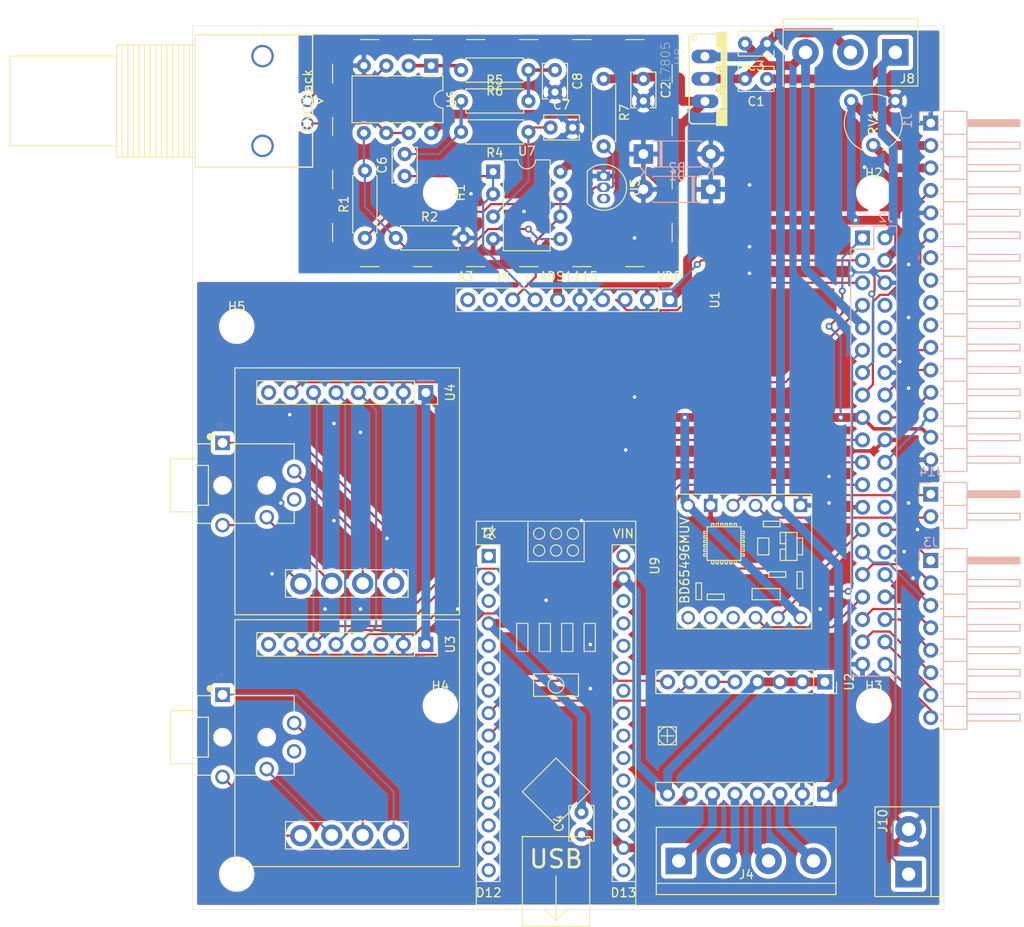
<source format=kicad_pcb>
(kicad_pcb (version 20171130) (host pcbnew "(5.1.9)-1")
  (layers (0 F.Cu signal) (31 B.Cu signal) (34 B.Paste user) (35 F.Paste user) (36 B.SilkS user) (37 F.SilkS user) (38 B.Mask user) (39 F.Mask user) (44 Edge.Cuts user))
  (net 0 "")
  (net 1 "Net-(A1-Pad1)")
  (net 2 /Arduino_VDD)
  (net 3 "Net-(A1-Pad2)")
  (net 4 "Net-(A1-Pad18)")
  (net 5 "Net-(A1-Pad3)")
  (net 6 "Net-(A1-Pad19)")
  (net 7 /Arduino_GND)
  (net 8 "Net-(A1-Pad20)")
  (net 9 "Net-(A1-Pad5)")
  (net 10 "Net-(A1-Pad21)")
  (net 11 "Net-(A1-Pad6)")
  (net 12 "Net-(A1-Pad22)")
  (net 13 "Net-(A1-Pad7)")
  (net 14 "Net-(A1-Pad23)")
  (net 15 /DIR)
  (net 16 "Net-(A1-Pad24)")
  (net 17 /STEP)
  (net 18 "Net-(A1-Pad25)")
  (net 19 "Net-(A1-Pad10)")
  (net 20 "Net-(A1-Pad26)")
  (net 21 "Net-(A1-Pad11)")
  (net 22 "Net-(A1-Pad27)")
  (net 23 "Net-(A1-Pad12)")
  (net 24 "Net-(A1-Pad28)")
  (net 25 "Net-(A1-Pad13)")
  (net 26 "Net-(A1-Pad14)")
  (net 27 "Net-(A1-Pad30)")
  (net 28 "Net-(A1-Pad15)")
  (net 29 "Net-(A1-Pad16)")
  (net 30 /PSU_5V)
  (net 31 /PSU_GND)
  (net 32 /PSU_A5V)
  (net 33 /PSU_AGND)
  (net 34 /PSU_12V)
  (net 35 "Net-(C6-Pad2)")
  (net 36 "Net-(C6-Pad1)")
  (net 37 "Net-(C7-Pad1)")
  (net 38 "Net-(C8-Pad1)")
  (net 39 GND)
  (net 40 +5V)
  (net 41 /LCD_OV)
  (net 42 /LCD_RS)
  (net 43 /LCD_E)
  (net 44 "Net-(J1-Pad7)")
  (net 45 "Net-(J1-Pad8)")
  (net 46 "Net-(J1-Pad9)")
  (net 47 "Net-(J1-Pad10)")
  (net 48 /LCD_D4)
  (net 49 /LCD_D5)
  (net 50 /LCD_D6)
  (net 51 /LCD_D7)
  (net 52 +3V3)
  (net 53 /SDA)
  (net 54 /SCL)
  (net 55 /CS1)
  (net 56 "Net-(J2-Pad8)")
  (net 57 "Net-(J2-Pad10)")
  (net 58 /MOT_DIR)
  (net 59 /MOSI)
  (net 60 /MISO)
  (net 61 /SCLK)
  (net 62 "Net-(J2-Pad24)")
  (net 63 "Net-(J2-Pad26)")
  (net 64 /CS0)
  (net 65 /KeyRow_1)
  (net 66 /KeyRow_3)
  (net 67 /KeyRow_2)
  (net 68 "Net-(J10-Pad1)")
  (net 69 /PWM)
  (net 70 /KeyRow_4)
  (net 71 /KeyCol_1)
  (net 72 /KeyCol_2)
  (net 73 /KeyCol_3)
  (net 74 /KeyCol_4)
  (net 75 "Net-(J4-Pad2)")
  (net 76 "Net-(J4-Pad3)")
  (net 77 "Net-(J4-Pad1)")
  (net 78 "Net-(J4-Pad4)")
  (net 79 "Net-(J6-Pad1)")
  (net 80 "Net-(J6-Pad3)")
  (net 81 "Net-(J6-Pad4)")
  (net 82 "Net-(J7-Pad5)")
  (net 83 "Net-(J7-Pad4)")
  (net 84 "Net-(J7-Pad3)")
  (net 85 "Net-(J7-Pad2)")
  (net 86 "Net-(J7-Pad1)")
  (net 87 "Net-(J9-Pad1)")
  (net 88 "Net-(J9-Pad2)")
  (net 89 "Net-(J9-Pad3)")
  (net 90 "Net-(J9-Pad4)")
  (net 91 "Net-(J9-Pad5)")
  (net 92 "Net-(J14-Pad1)")
  (net 93 "Net-(J14-Pad2)")
  (net 94 "Net-(R1-Pad1)")
  (net 95 "Net-(R1-Pad2)")
  (net 96 "Net-(R6-Pad2)")
  (net 97 "Net-(U1-Pad8)")
  (net 98 "Net-(U1-Pad9)")
  (net 99 "Net-(U1-Pad10)")
  (net 100 "Net-(U2-Pad5)")
  (net 101 "Net-(U3-Pad8)")
  (net 102 "Net-(U3-Pad3)")
  (net 103 "Net-(U4-Pad3)")
  (net 104 "Net-(U4-Pad8)")
  (net 105 "Net-(U5-Pad3)")
  (net 106 "Net-(U9-Pad1)")
  (net 107 "Net-(U9-Pad2)")
  (net 108 "Net-(U9-Pad3)")
  (net 109 "Net-(J6-Pad2)")
  (module Titrator_Footprints:SMS-205_LeaderTech_RFShield (layer F.Cu) (at 176.092 69.855 180)
    (fp_text reference J5 (at 19.45 -1 180) (layer F.SilkS))
    (fp_text value RF_Shield_Two_Pieces)
    (pad 1 smd rect (at 0.5 0.5 180) (size 1 1) (layers F.Cu F.Paste F.Mask) (net 33 /PSU_AGND))
    (pad 1 smd rect (at 38.4 0.5 180) (size 1 1) (layers F.Cu F.Paste F.Mask) (net 33 /PSU_AGND))
    (pad 1 smd rect (at 38.4 25.7 180) (size 1 1) (layers F.Cu F.Paste F.Mask) (net 33 /PSU_AGND))
    (pad 1 smd rect (at 0.5 25.7 180) (size 1 1) (layers F.Cu F.Paste F.Mask) (net 33 /PSU_AGND))
    (pad 1 smd rect (at 2.17 0.5 180) (size 2.34 1) (layers F.Cu F.Paste F.Mask) (net 33 /PSU_AGND))
    (pad 1 smd rect (at 2.17 25.7 180) (size 2.34 1) (layers F.Cu F.Paste F.Mask) (net 33 /PSU_AGND))
    (pad 1 smd rect (at 7.45 0.5 180) (size 3.8 1) (layers F.Cu F.Paste F.Mask) (net 33 /PSU_AGND))
    (pad 1 smd rect (at 7.45 25.7 180) (size 3.8 1) (layers F.Cu F.Paste F.Mask) (net 33 /PSU_AGND))
    (pad 1 smd rect (at 13.45 0.5 180) (size 3.8 1) (layers F.Cu F.Paste F.Mask) (net 33 /PSU_AGND))
    (pad 1 smd rect (at 13.45 25.7 180) (size 3.8 1) (layers F.Cu F.Paste F.Mask) (net 33 /PSU_AGND))
    (pad 1 smd rect (at 19.45 0.5 180) (size 3.8 1) (layers F.Cu F.Paste F.Mask) (net 33 /PSU_AGND))
    (pad 1 smd rect (at 19.45 25.7 180) (size 3.8 1) (layers F.Cu F.Paste F.Mask) (net 33 /PSU_AGND))
    (pad 1 smd rect (at 25.45 0.5 180) (size 3.8 1) (layers F.Cu F.Paste F.Mask) (net 33 /PSU_AGND))
    (pad 1 smd rect (at 25.45 25.7 180) (size 3.8 1) (layers F.Cu F.Paste F.Mask) (net 33 /PSU_AGND))
    (pad 1 smd rect (at 31.45 0.5 180) (size 3.8 1) (layers F.Cu F.Paste F.Mask) (net 33 /PSU_AGND))
    (pad 1 smd rect (at 31.45 25.7 180) (size 3.8 1) (layers F.Cu F.Paste F.Mask) (net 33 /PSU_AGND))
    (pad 1 smd rect (at 36.725 0.5 180) (size 2.35 1) (layers F.Cu F.Paste F.Mask) (net 33 /PSU_AGND))
    (pad 1 smd rect (at 36.725 25.7 180) (size 2.35 1) (layers F.Cu F.Paste F.Mask) (net 33 /PSU_AGND))
    (pad 1 smd rect (at 0.5 2 180) (size 1 2) (layers F.Cu F.Paste F.Mask) (net 33 /PSU_AGND))
    (pad 1 smd rect (at 38.4 2 180) (size 1 2) (layers F.Cu F.Paste F.Mask) (net 33 /PSU_AGND))
    (pad 1 smd rect (at 0.5 7.1 180) (size 1 3.8) (layers F.Cu F.Paste F.Mask) (net 33 /PSU_AGND))
    (pad 1 smd rect (at 38.4 7.1 180) (size 1 3.8) (layers F.Cu F.Paste F.Mask) (net 33 /PSU_AGND))
    (pad 1 smd rect (at 0.5 13.1 180) (size 1 3.8) (layers F.Cu F.Paste F.Mask) (net 33 /PSU_AGND))
    (pad 1 smd rect (at 38.4 13.1 180) (size 1 3.8) (layers F.Cu F.Paste F.Mask) (net 33 /PSU_AGND))
    (pad 1 smd rect (at 0.5 19.1 180) (size 1 3.8) (layers F.Cu F.Paste F.Mask) (net 33 /PSU_AGND))
    (pad 1 smd rect (at 38.4 19.1 180) (size 1 3.8) (layers F.Cu F.Paste F.Mask) (net 33 /PSU_AGND))
    (pad 1 smd rect (at 0.5 24.2 180) (size 1 2) (layers F.Cu F.Paste F.Mask) (net 33 /PSU_AGND))
    (pad 1 smd rect (at 38.4 24.2 180) (size 1 2) (layers F.Cu F.Paste F.Mask) (net 33 /PSU_AGND))
  )
  (module Titrator_Footprints:Arduino_Nano (layer F.Cu) (at 155.092 102.355)
    (fp_text reference A1 (at -0.028 -2.717 270) (layer F.SilkS))
    (fp_text value Arduino_Nano_v3.x)
    (fp_text user D13 (at 15.24 38.1) (layer F.SilkS))
    (fp_text user D12 (at 0 38.1) (layer F.SilkS))
    (fp_text user VIN (at 15.24 -2.54) (layer F.SilkS))
    (fp_text user TX (at 0 -2.54) (layer F.SilkS))
    (fp_text user USB (at 7.62 34.29) (layer F.SilkS) (effects (font (size 2 2) (thickness 0.3))))
    (pad 16 thru_hole oval (at 15.24 35.56) (size 1.6 1.6) (drill 1) (layers *.Cu *.Mask) (net 29 "Net-(A1-Pad16)"))
    (pad 15 thru_hole oval (at 0 35.56) (size 1.6 1.6) (drill 1) (layers *.Cu *.Mask) (net 28 "Net-(A1-Pad15)"))
    (pad 30 thru_hole oval (at 15.24 0) (size 1.6 1.6) (drill 1) (layers *.Cu *.Mask) (net 27 "Net-(A1-Pad30)"))
    (pad 14 thru_hole oval (at 0 33.02) (size 1.6 1.6) (drill 1) (layers *.Cu *.Mask) (net 26 "Net-(A1-Pad14)"))
    (pad 29 thru_hole oval (at 15.24 2.54) (size 1.6 1.6) (drill 1) (layers *.Cu *.Mask) (net 7 /Arduino_GND))
    (pad 13 thru_hole oval (at 0 30.48) (size 1.6 1.6) (drill 1) (layers *.Cu *.Mask) (net 25 "Net-(A1-Pad13)"))
    (pad 28 thru_hole oval (at 15.24 5.08) (size 1.6 1.6) (drill 1) (layers *.Cu *.Mask) (net 24 "Net-(A1-Pad28)"))
    (pad 12 thru_hole oval (at 0 27.94) (size 1.6 1.6) (drill 1) (layers *.Cu *.Mask) (net 23 "Net-(A1-Pad12)"))
    (pad 27 thru_hole oval (at 15.24 7.62) (size 1.6 1.6) (drill 1) (layers *.Cu *.Mask) (net 22 "Net-(A1-Pad27)"))
    (pad 11 thru_hole oval (at 0 25.4) (size 1.6 1.6) (drill 1) (layers *.Cu *.Mask) (net 21 "Net-(A1-Pad11)"))
    (pad 26 thru_hole oval (at 15.24 10.16) (size 1.6 1.6) (drill 1) (layers *.Cu *.Mask) (net 20 "Net-(A1-Pad26)"))
    (pad 10 thru_hole oval (at 0 22.86) (size 1.6 1.6) (drill 1) (layers *.Cu *.Mask) (net 19 "Net-(A1-Pad10)"))
    (pad 25 thru_hole oval (at 15.24 12.7) (size 1.6 1.6) (drill 1) (layers *.Cu *.Mask) (net 18 "Net-(A1-Pad25)"))
    (pad 9 thru_hole oval (at 0 20.32) (size 1.6 1.6) (drill 1) (layers *.Cu *.Mask) (net 17 /STEP))
    (pad 24 thru_hole oval (at 15.24 15.24) (size 1.6 1.6) (drill 1) (layers *.Cu *.Mask) (net 16 "Net-(A1-Pad24)"))
    (pad 8 thru_hole oval (at 0 17.78) (size 1.6 1.6) (drill 1) (layers *.Cu *.Mask) (net 15 /DIR))
    (pad 23 thru_hole oval (at 15.24 17.78) (size 1.6 1.6) (drill 1) (layers *.Cu *.Mask) (net 14 "Net-(A1-Pad23)"))
    (pad 7 thru_hole oval (at 0 15.24) (size 1.6 1.6) (drill 1) (layers *.Cu *.Mask) (net 13 "Net-(A1-Pad7)"))
    (pad 22 thru_hole oval (at 15.24 20.32) (size 1.6 1.6) (drill 1) (layers *.Cu *.Mask) (net 12 "Net-(A1-Pad22)"))
    (pad 6 thru_hole oval (at 0 12.7) (size 1.6 1.6) (drill 1) (layers *.Cu *.Mask) (net 11 "Net-(A1-Pad6)"))
    (pad 21 thru_hole oval (at 15.24 22.86) (size 1.6 1.6) (drill 1) (layers *.Cu *.Mask) (net 10 "Net-(A1-Pad21)"))
    (pad 5 thru_hole oval (at 0 10.16) (size 1.6 1.6) (drill 1) (layers *.Cu *.Mask) (net 9 "Net-(A1-Pad5)"))
    (pad 20 thru_hole oval (at 15.24 25.4) (size 1.6 1.6) (drill 1) (layers *.Cu *.Mask) (net 8 "Net-(A1-Pad20)"))
    (pad 4 thru_hole oval (at 0 7.62) (size 1.6 1.6) (drill 1) (layers *.Cu *.Mask) (net 7 /Arduino_GND))
    (pad 19 thru_hole oval (at 15.24 27.94) (size 1.6 1.6) (drill 1) (layers *.Cu *.Mask) (net 6 "Net-(A1-Pad19)"))
    (pad 3 thru_hole oval (at 0 5.08) (size 1.6 1.6) (drill 1) (layers *.Cu *.Mask) (net 5 "Net-(A1-Pad3)"))
    (pad 18 thru_hole oval (at 15.24 30.48) (size 1.6 1.6) (drill 1) (layers *.Cu *.Mask) (net 4 "Net-(A1-Pad18)"))
    (pad 2 thru_hole oval (at 0 2.54) (size 1.6 1.6) (drill 1) (layers *.Cu *.Mask) (net 3 "Net-(A1-Pad2)"))
    (pad 17 thru_hole oval (at 15.24 33.02) (size 1.6 1.6) (drill 1) (layers *.Cu *.Mask) (net 2 /Arduino_VDD))
    (pad 1 thru_hole rect (at 0 0) (size 1.6 1.6) (drill 1) (layers *.Cu *.Mask) (net 1 "Net-(A1-Pad1)"))
  )
  (module Titrator_Footprints:MAX31865 (layer F.Cu) (at 139.092 112.355 270)
    (fp_text reference U3 (at 0 -11.66 90) (layer F.SilkS))
    (fp_text value MAX31865_BO)
    (pad 1 thru_hole rect (at 0 -8.89 270) (size 1.7 1.7) (drill 1) (layers *.Cu *.Mask) (net 52 +3V3))
    (pad 2 thru_hole oval (at 0 -6.35 270) (size 1.7 1.7) (drill 1) (layers *.Cu *.Mask) (net 39 GND))
    (pad 3 thru_hole oval (at 0 -3.81 270) (size 1.7 1.7) (drill 1) (layers *.Cu *.Mask) (net 102 "Net-(U3-Pad3)"))
    (pad 4 thru_hole oval (at 0 -1.27 270) (size 1.7 1.7) (drill 1) (layers *.Cu *.Mask) (net 61 /SCLK))
    (pad 5 thru_hole oval (at 0 1.27 270) (size 1.7 1.7) (drill 1) (layers *.Cu *.Mask) (net 60 /MISO))
    (pad 6 thru_hole oval (at 0 3.81 270) (size 1.7 1.7) (drill 1) (layers *.Cu *.Mask) (net 59 /MOSI))
    (pad 7 thru_hole oval (at 0 6.35 270) (size 1.7 1.7) (drill 1) (layers *.Cu *.Mask) (net 64 /CS0))
    (pad 8 thru_hole oval (at 0 8.89 270) (size 1.7 1.7) (drill 1) (layers *.Cu *.Mask) (net 101 "Net-(U3-Pad8)"))
    (pad 9 thru_hole circle (at 21.59 -5.25 270) (size 2.4 2.4) (drill 1.4224) (layers *.Cu *.Mask) (net 86 "Net-(J7-Pad1)"))
    (pad 10 thru_hole circle (at 21.59 -1.75 270) (size 2.4 2.4) (drill 1.4224) (layers *.Cu *.Mask) (net 84 "Net-(J7-Pad3)"))
    (pad 11 thru_hole circle (at 21.59 1.75 270) (size 2.4 2.4) (drill 1.4224) (layers *.Cu *.Mask) (net 85 "Net-(J7-Pad2)"))
    (pad 12 thru_hole circle (at 21.64 5.25 270) (size 2.4 2.4) (drill 1.4224) (layers *.Cu *.Mask) (net 83 "Net-(J7-Pad4)"))
  )
  (module Titrator_Footprints:CUI_SJ-43515TS (layer F.Cu) (at 127.592 94.355)
    (fp_text reference J9 (at -2.979863 -6.813626) (layer F.SilkS) (effects (font (size 0.480623 0.480623) (thickness 0.015))))
    (fp_text value SJ-43515TS)
    (pad 1 thru_hole rect (at -2.6 -4.8) (size 1.65 1.65) (drill 1.1) (layers *.Cu *.Mask) (net 87 "Net-(J9-Pad1)"))
    (pad 2 thru_hole circle (at 2.4 3.6) (size 1.65 1.65) (drill 1.1) (layers *.Cu *.Mask) (net 88 "Net-(J9-Pad2)"))
    (pad 3 thru_hole circle (at 5.5 -1.6) (size 1.65 1.65) (drill 1.1) (layers *.Cu *.Mask) (net 89 "Net-(J9-Pad3)"))
    (pad 4 thru_hole circle (at -2.6 4.5) (size 1.65 1.65) (drill 1.1) (layers *.Cu *.Mask) (net 90 "Net-(J9-Pad4)"))
    (pad None np_thru_hole circle (at -2.6 0) (size 1.1 1.1) (drill 1.1) (layers *.Cu *.Mask))
    (pad None np_thru_hole circle (at 2.4 0) (size 1.1 1.1) (drill 1.1) (layers *.Cu *.Mask))
    (pad 5 thru_hole circle (at 5.5 1.6) (size 1.65 1.65) (drill 1.1) (layers *.Cu *.Mask) (net 91 "Net-(J9-Pad5)"))
  )
  (module Titrator_Footprints:A4988_BO_Footprint (layer F.Cu) (at 193.592 116.355 270)
    (fp_text reference U2 (at 0.24 -2.29 90) (layer F.SilkS))
    (fp_text value A4988_BO)
    (pad 11 thru_hole oval (at 12.94 5.56 270) (size 1.7 1.7) (drill 1) (layers *.Cu *.Mask) (net 78 "Net-(J4-Pad4)"))
    (pad 10 thru_hole oval (at 12.94 3.02 270) (size 1.7 1.7) (drill 1) (layers *.Cu *.Mask) (net 39 GND))
    (pad 13 thru_hole oval (at 12.94 10.64 270) (size 1.7 1.7) (drill 1) (layers *.Cu *.Mask) (net 75 "Net-(J4-Pad2)"))
    (pad 14 thru_hole oval (at 12.94 13.18 270) (size 1.7 1.7) (drill 1) (layers *.Cu *.Mask) (net 77 "Net-(J4-Pad1)"))
    (pad 15 thru_hole oval (at 12.94 15.72 270) (size 1.7 1.7) (drill 1) (layers *.Cu *.Mask) (net 2 /Arduino_VDD))
    (pad 16 thru_hole oval (at 12.94 18.26 270) (size 1.7 1.7) (drill 1) (layers *.Cu *.Mask) (net 7 /Arduino_GND))
    (pad 12 thru_hole oval (at 12.94 8.1 270) (size 1.7 1.7) (drill 1) (layers *.Cu *.Mask) (net 76 "Net-(J4-Pad3)"))
    (pad 9 thru_hole rect (at 12.94 0.48 270) (size 1.7 1.7) (drill 1) (layers *.Cu *.Mask) (net 34 /PSU_12V))
    (pad 1 thru_hole rect (at 0.24 0.48 270) (size 1.7 1.7) (drill 1) (layers *.Cu *.Mask) (net 7 /Arduino_GND))
    (pad 2 thru_hole oval (at 0.24 3.02 270) (size 1.7 1.7) (drill 1) (layers *.Cu *.Mask) (net 7 /Arduino_GND))
    (pad 3 thru_hole oval (at 0.24 5.56 270) (size 1.7 1.7) (drill 1) (layers *.Cu *.Mask) (net 7 /Arduino_GND))
    (pad 4 thru_hole oval (at 0.24 8.1 270) (size 1.7 1.7) (drill 1) (layers *.Cu *.Mask) (net 7 /Arduino_GND))
    (pad 5 thru_hole oval (at 0.24 10.64 270) (size 1.7 1.7) (drill 1) (layers *.Cu *.Mask) (net 100 "Net-(U2-Pad5)"))
    (pad 6 thru_hole oval (at 0.24 13.18 270) (size 1.7 1.7) (drill 1) (layers *.Cu *.Mask) (net 100 "Net-(U2-Pad5)"))
    (pad 7 thru_hole oval (at 0.24 15.72 270) (size 1.7 1.7) (drill 1) (layers *.Cu *.Mask) (net 17 /STEP))
    (pad 8 thru_hole oval (at 0.24 18.26 270) (size 1.7 1.7) (drill 1) (layers *.Cu *.Mask) (net 15 /DIR))
  )
  (module Titrator_Footprints:BD65496MUV_BO_Footprint (layer F.Cu) (at 174.092 102.855 90)
    (fp_text reference U9 (at -0.6 -0.2 90) (layer F.SilkS))
    (fp_text value BD65496MUV_BO)
    (fp_text user BD65496MUV (at 0 3.175 90) (layer F.SilkS))
    (pad 12 thru_hole rect (at 6.23 16.27 90) (size 1.524 1.524) (drill 1.016) (layers *.Cu *.Mask) (net 39 GND))
    (pad 11 thru_hole circle (at 6.23 13.73 90) (size 1.524 1.524) (drill 1.016) (layers *.Cu *.Mask) (net 34 /PSU_12V))
    (pad 10 thru_hole circle (at 6.23 11.19 90) (size 1.524 1.524) (drill 1.016) (layers *.Cu *.Mask) (net 93 "Net-(J14-Pad2)"))
    (pad 9 thru_hole circle (at 6.23 8.65 90) (size 1.524 1.524) (drill 1.016) (layers *.Cu *.Mask) (net 92 "Net-(J14-Pad1)"))
    (pad 8 thru_hole rect (at 6.23 6.11 90) (size 1.524 1.524) (drill 1.016) (layers *.Cu *.Mask) (net 39 GND))
    (pad 7 thru_hole circle (at 6.23 3.57 90) (size 1.524 1.524) (drill 1.016) (layers *.Cu *.Mask) (net 52 +3V3))
    (pad 6 thru_hole circle (at -6.47 16.27 90) (size 1.524 1.524) (drill 1.016) (layers *.Cu *.Mask) (net 52 +3V3))
    (pad 5 thru_hole circle (at -6.47 13.73 90) (size 1.524 1.524) (drill 1.016) (layers *.Cu *.Mask) (net 58 /MOT_DIR))
    (pad 4 thru_hole circle (at -6.47 11.19 90) (size 1.524 1.524) (drill 1.016) (layers *.Cu *.Mask) (net 69 /PWM))
    (pad 3 thru_hole circle (at -6.47 8.65 90) (size 1.524 1.524) (drill 1.016) (layers *.Cu *.Mask) (net 108 "Net-(U9-Pad3)"))
    (pad 2 thru_hole circle (at -6.47 6.11 90) (size 1.524 1.524) (drill 1.016) (layers *.Cu *.Mask) (net 107 "Net-(U9-Pad2)"))
    (pad 1 thru_hole circle (at -6.47 3.57 90) (size 1.524 1.524) (drill 1.016) (layers *.Cu *.Mask) (net 106 "Net-(U9-Pad1)"))
  )
  (module Titrator_Footprints:PinHeader_1x16_P2.54mm_Horizontal (layer B.Cu) (at 205.092 53.355 180)
    (fp_text reference J1 (at 2.629 0.251 -90) (layer B.SilkS) (effects (justify mirror)))
    (fp_text value Conn_01x16)
    (pad 16 thru_hole oval (at 0 -38.1 180) (size 1.7 1.7) (drill 1) (layers *.Cu *.Mask) (net 39 GND))
    (pad 15 thru_hole oval (at 0 -35.56 180) (size 1.7 1.7) (drill 1) (layers *.Cu *.Mask) (net 52 +3V3))
    (pad 14 thru_hole oval (at 0 -33.02 180) (size 1.7 1.7) (drill 1) (layers *.Cu *.Mask) (net 51 /LCD_D7))
    (pad 13 thru_hole oval (at 0 -30.48 180) (size 1.7 1.7) (drill 1) (layers *.Cu *.Mask) (net 50 /LCD_D6))
    (pad 12 thru_hole oval (at 0 -27.94 180) (size 1.7 1.7) (drill 1) (layers *.Cu *.Mask) (net 49 /LCD_D5))
    (pad 11 thru_hole oval (at 0 -25.4 180) (size 1.7 1.7) (drill 1) (layers *.Cu *.Mask) (net 48 /LCD_D4))
    (pad 10 thru_hole oval (at 0 -22.86 180) (size 1.7 1.7) (drill 1) (layers *.Cu *.Mask) (net 47 "Net-(J1-Pad10)"))
    (pad 9 thru_hole oval (at 0 -20.32 180) (size 1.7 1.7) (drill 1) (layers *.Cu *.Mask) (net 46 "Net-(J1-Pad9)"))
    (pad 8 thru_hole oval (at 0 -17.78 180) (size 1.7 1.7) (drill 1) (layers *.Cu *.Mask) (net 45 "Net-(J1-Pad8)"))
    (pad 7 thru_hole oval (at 0 -15.24 180) (size 1.7 1.7) (drill 1) (layers *.Cu *.Mask) (net 44 "Net-(J1-Pad7)"))
    (pad 6 thru_hole oval (at 0 -12.7 180) (size 1.7 1.7) (drill 1) (layers *.Cu *.Mask) (net 43 /LCD_E))
    (pad 5 thru_hole oval (at 0 -10.16 180) (size 1.7 1.7) (drill 1) (layers *.Cu *.Mask) (net 39 GND))
    (pad 4 thru_hole oval (at 0 -7.62 180) (size 1.7 1.7) (drill 1) (layers *.Cu *.Mask) (net 42 /LCD_RS))
    (pad 3 thru_hole oval (at 0 -5.08 180) (size 1.7 1.7) (drill 1) (layers *.Cu *.Mask) (net 41 /LCD_OV))
    (pad 2 thru_hole oval (at 0 -2.54 180) (size 1.7 1.7) (drill 1) (layers *.Cu *.Mask) (net 40 +5V))
    (pad 1 thru_hole rect (at 0 0 180) (size 1.7 1.7) (drill 1) (layers *.Cu *.Mask) (net 39 GND))
  )
  (module Titrator_Footprints:PinHeader_1x02_P2.54mm_Horizontal (layer B.Cu) (at 205.092 95.355 180)
    (fp_text reference J14 (at 0 2.54) (layer B.SilkS) (effects (justify mirror)))
    (fp_text value Conn_01x02)
    (pad 1 thru_hole rect (at 0 0 180) (size 1.7 1.7) (drill 1) (layers *.Cu *.Mask) (net 92 "Net-(J14-Pad1)"))
    (pad 2 thru_hole oval (at 0 -2.54 180) (size 1.7 1.7) (drill 1) (layers *.Cu *.Mask) (net 93 "Net-(J14-Pad2)"))
  )
  (module Titrator_Footprints:PinHeader_1x08_P2.54mm_Horizontal (layer B.Cu) (at 205.092 102.855 180)
    (fp_text reference J3 (at -0.00508 2.05486 180) (layer B.SilkS) (effects (justify mirror)))
    (fp_text value Conn_01x08)
    (pad 8 thru_hole oval (at 0 -17.78 180) (size 1.7 1.7) (drill 1) (layers *.Cu *.Mask) (net 74 /KeyCol_4))
    (pad 7 thru_hole oval (at 0 -15.24 180) (size 1.7 1.7) (drill 1) (layers *.Cu *.Mask) (net 73 /KeyCol_3))
    (pad 6 thru_hole oval (at 0 -12.7 180) (size 1.7 1.7) (drill 1) (layers *.Cu *.Mask) (net 72 /KeyCol_2))
    (pad 5 thru_hole oval (at 0 -10.16 180) (size 1.7 1.7) (drill 1) (layers *.Cu *.Mask) (net 71 /KeyCol_1))
    (pad 4 thru_hole oval (at 0 -7.62 180) (size 1.7 1.7) (drill 1) (layers *.Cu *.Mask) (net 70 /KeyRow_4))
    (pad 3 thru_hole oval (at 0 -5.08 180) (size 1.7 1.7) (drill 1) (layers *.Cu *.Mask) (net 66 /KeyRow_3))
    (pad 2 thru_hole oval (at 0 -2.54 180) (size 1.7 1.7) (drill 1) (layers *.Cu *.Mask) (net 67 /KeyRow_2))
    (pad 1 thru_hole rect (at 0 0 180) (size 1.7 1.7) (drill 1) (layers *.Cu *.Mask) (net 65 /KeyRow_1))
  )
  (module Titrator_Footprints:BNC_Jack (layer F.Cu) (at 134.592 50.855 90)
    (fp_text reference J6 (at 0 0 90) (layer F.SilkS))
    (fp_text value BNC_Jack (at 0 0 90) (layer F.SilkS))
    (fp_text user * (at 0 0 90) (layer F.SilkS))
    (pad 4 thru_hole circle (at 5.08 -5.08 90) (size 2.54 2.54) (drill 2.032) (layers *.Cu *.Mask) (net 81 "Net-(J6-Pad4)"))
    (pad 3 thru_hole circle (at -5.08 -5.08 90) (size 2.54 2.54) (drill 2.032) (layers *.Cu *.Mask) (net 80 "Net-(J6-Pad3)"))
    (pad 2 thru_hole circle (at -2.54 0 90) (size 1.397 1.397) (drill 0.889) (layers *.Cu *.Mask) (net 109 "Net-(J6-Pad2)"))
    (pad 1 thru_hole circle (at 0 0 90) (size 1.397 1.397) (drill 0.889) (layers *.Cu *.Mask) (net 79 "Net-(J6-Pad1)"))
  )
  (module Capacitor_THT:C_Disc_D3.8mm_W2.6mm_P2.50mm (layer F.Cu) (at 186.592 48.355 180)
    (fp_text reference C1 (at 1.25 -2.55) (layer F.SilkS))
    (fp_text value 0.1uF)
    (pad 2 thru_hole circle (at 2.5 0 180) (size 1.6 1.6) (drill 0.8) (layers *.Cu *.Mask) (net 31 /PSU_GND))
    (pad 1 thru_hole circle (at 0 0 180) (size 1.6 1.6) (drill 0.8) (layers *.Cu *.Mask) (net 30 /PSU_5V))
  )
  (module Capacitor_THT:C_Disc_D3.8mm_W2.6mm_P2.50mm (layer F.Cu) (at 172.592 48.355 270)
    (fp_text reference C2 (at 1.25 -2.55 90) (layer F.SilkS))
    (fp_text value 0.1uF)
    (pad 2 thru_hole circle (at 2.5 0 270) (size 1.6 1.6) (drill 0.8) (layers *.Cu *.Mask) (net 33 /PSU_AGND))
    (pad 1 thru_hole circle (at 0 0 270) (size 1.6 1.6) (drill 0.8) (layers *.Cu *.Mask) (net 32 /PSU_A5V))
  )
  (module Capacitor_THT:C_Disc_D3.8mm_W2.6mm_P2.50mm (layer F.Cu) (at 186.592 44.355 180)
    (fp_text reference C3 (at 1.25 -2.55) (layer F.SilkS))
    (fp_text value 0.1uF)
    (pad 2 thru_hole circle (at 2.5 0 180) (size 1.6 1.6) (drill 0.8) (layers *.Cu *.Mask) (net 31 /PSU_GND))
    (pad 1 thru_hole circle (at 0 0 180) (size 1.6 1.6) (drill 0.8) (layers *.Cu *.Mask) (net 34 /PSU_12V))
  )
  (module Capacitor_THT:C_Disc_D3.8mm_W2.6mm_P2.50mm (layer F.Cu) (at 165.592 133.855 90)
    (fp_text reference C4 (at 1.25 -2.55 90) (layer F.SilkS))
    (fp_text value .1uF)
    (pad 2 thru_hole circle (at 2.5 0 90) (size 1.6 1.6) (drill 0.8) (layers *.Cu *.Mask) (net 7 /Arduino_GND))
    (pad 1 thru_hole circle (at 0 0 90) (size 1.6 1.6) (drill 0.8) (layers *.Cu *.Mask) (net 2 /Arduino_VDD))
  )
  (module Capacitor_THT:C_Disc_D3.8mm_W2.6mm_P2.50mm (layer F.Cu) (at 145.592 59.355 90)
    (fp_text reference C6 (at 1.25 -2.55 90) (layer F.SilkS))
    (fp_text value 1uF)
    (pad 2 thru_hole circle (at 2.5 0 90) (size 1.6 1.6) (drill 0.8) (layers *.Cu *.Mask) (net 35 "Net-(C6-Pad2)"))
    (pad 1 thru_hole circle (at 0 0 90) (size 1.6 1.6) (drill 0.8) (layers *.Cu *.Mask) (net 36 "Net-(C6-Pad1)"))
  )
  (module Capacitor_THT:C_Disc_D3.8mm_W2.6mm_P2.50mm (layer F.Cu) (at 162.092 53.855)
    (fp_text reference C7 (at 1.25 -2.55) (layer F.SilkS))
    (fp_text value 1uF)
    (pad 2 thru_hole circle (at 2.5 0) (size 1.6 1.6) (drill 0.8) (layers *.Cu *.Mask) (net 33 /PSU_AGND))
    (pad 1 thru_hole circle (at 0 0) (size 1.6 1.6) (drill 0.8) (layers *.Cu *.Mask) (net 37 "Net-(C7-Pad1)"))
  )
  (module Capacitor_THT:C_Disc_D3.8mm_W2.6mm_P2.50mm (layer F.Cu) (at 162.592 47.355 270)
    (fp_text reference C8 (at 1.25 -2.55 90) (layer F.SilkS))
    (fp_text value 1uF)
    (pad 2 thru_hole circle (at 2.5 0 270) (size 1.6 1.6) (drill 0.8) (layers *.Cu *.Mask) (net 33 /PSU_AGND))
    (pad 1 thru_hole circle (at 0 0 270) (size 1.6 1.6) (drill 0.8) (layers *.Cu *.Mask) (net 38 "Net-(C8-Pad1)"))
  )
  (module Diode_THT:D_DO-41_SOD81_P7.62mm_Horizontal (layer B.Cu) (at 172.592 56.855)
    (fp_text reference D1 (at 3.81 2.47 180) (layer B.SilkS) (effects (justify mirror)))
    (fp_text value 1N5817-TP)
    (fp_text user K (at 0 2.1 180) (layer B.SilkS) (effects (justify mirror)))
    (pad 2 thru_hole oval (at 7.62 0) (size 2.2 2.2) (drill 1.1) (layers *.Cu *.Mask) (net 39 GND))
    (pad 1 thru_hole rect (at 0 0) (size 2.2 2.2) (drill 1.1) (layers *.Cu *.Mask) (net 33 /PSU_AGND))
  )
  (module Diode_THT:D_DO-41_SOD81_P7.62mm_Horizontal (layer B.Cu) (at 180.212 60.855 180)
    (fp_text reference D2 (at 3.81 2.47 180) (layer B.SilkS) (effects (justify mirror)))
    (fp_text value 1N5817-TP)
    (fp_text user K (at 0 2.1 180) (layer B.SilkS) (effects (justify mirror)))
    (pad 2 thru_hole oval (at 7.62 0 180) (size 2.2 2.2) (drill 1.1) (layers *.Cu *.Mask) (net 33 /PSU_AGND))
    (pad 1 thru_hole rect (at 0 0 180) (size 2.2 2.2) (drill 1.1) (layers *.Cu *.Mask) (net 39 GND))
  )
  (module Titrator_Footprints:MountingHole_3mm (layer F.Cu) (at 149.653 61.231 270)
    (fp_text reference H1 (at 0 -2.228 90) (layer F.SilkS))
    (fp_text value MountingHole)
    (pad 1 np_thru_hole circle (at 0 0 270) (size 3 3) (drill 3) (layers *.Cu *.Mask))
  )
  (module Titrator_Footprints:MountingHole_3mm (layer F.Cu) (at 198.653 61.231)
    (fp_text reference H2 (at 0 -2.228) (layer F.SilkS))
    (fp_text value MountingHole)
    (pad 1 np_thru_hole circle (at 0 0) (size 3 3) (drill 3) (layers *.Cu *.Mask))
  )
  (module Titrator_Footprints:MountingHole_3mm (layer F.Cu) (at 198.653 119.289)
    (fp_text reference H3 (at 0 -2.228) (layer F.SilkS))
    (fp_text value MountingHole)
    (pad 1 np_thru_hole circle (at 0 0) (size 3 3) (drill 3) (layers *.Cu *.Mask))
  )
  (module Titrator_Footprints:MountingHole_3mm (layer F.Cu) (at 149.625 119.289)
    (fp_text reference H4 (at 0 -2.228) (layer F.SilkS))
    (fp_text value MountingHole)
    (pad 1 np_thru_hole circle (at 0 0) (size 3 3) (drill 3) (layers *.Cu *.Mask))
  )
  (module Titrator_Footprints:MountingHole_3mm (layer F.Cu) (at 126.592 76.355)
    (fp_text reference H5 (at 0 -2.228) (layer F.SilkS))
    (fp_text value MountingHole)
    (pad 1 np_thru_hole circle (at 0 0) (size 3 3) (drill 3) (layers *.Cu *.Mask))
  )
  (module Titrator_Footprints:MountingHole_3mm (layer F.Cu) (at 126.592 138.355)
    (fp_text reference H6 (at 0 -1) (layer F.SilkS))
    (fp_text value MountingHole)
    (pad 1 np_thru_hole circle (at 0 0) (size 3 3) (drill 3) (layers *.Cu *.Mask))
  )
  (module Titrator_Footprints:RaspberryPi (layer B.Cu) (at 197.375 66.35 180)
    (fp_text reference J2 (at -2.64 2.3 180) (layer B.SilkS) (effects (justify mirror)))
    (fp_text value Raspberry_Pi_2_3)
    (pad 40 thru_hole oval (at -2.54 -48.26 180) (size 1.7 1.7) (drill 1) (layers *.Cu *.Mask) (net 74 /KeyCol_4))
    (pad 39 thru_hole oval (at 0 -48.26 180) (size 1.7 1.7) (drill 1) (layers *.Cu *.Mask) (net 39 GND))
    (pad 38 thru_hole oval (at -2.54 -45.72 180) (size 1.7 1.7) (drill 1) (layers *.Cu *.Mask) (net 73 /KeyCol_3))
    (pad 37 thru_hole oval (at 0 -45.72 180) (size 1.7 1.7) (drill 1) (layers *.Cu *.Mask) (net 72 /KeyCol_2))
    (pad 36 thru_hole oval (at -2.54 -43.18 180) (size 1.7 1.7) (drill 1) (layers *.Cu *.Mask) (net 71 /KeyCol_1))
    (pad 35 thru_hole oval (at 0 -43.18 180) (size 1.7 1.7) (drill 1) (layers *.Cu *.Mask) (net 70 /KeyRow_4))
    (pad 34 thru_hole oval (at -2.54 -40.64 180) (size 1.7 1.7) (drill 1) (layers *.Cu *.Mask) (net 39 GND))
    (pad 33 thru_hole oval (at 0 -40.64 180) (size 1.7 1.7) (drill 1) (layers *.Cu *.Mask) (net 69 /PWM))
    (pad 32 thru_hole oval (at -2.54 -38.1 180) (size 1.7 1.7) (drill 1) (layers *.Cu *.Mask) (net 68 "Net-(J10-Pad1)"))
    (pad 31 thru_hole oval (at 0 -38.1 180) (size 1.7 1.7) (drill 1) (layers *.Cu *.Mask) (net 67 /KeyRow_2))
    (pad 30 thru_hole oval (at -2.54 -35.56 180) (size 1.7 1.7) (drill 1) (layers *.Cu *.Mask) (net 39 GND))
    (pad 29 thru_hole oval (at 0 -35.56 180) (size 1.7 1.7) (drill 1) (layers *.Cu *.Mask) (net 66 /KeyRow_3))
    (pad 28 thru_hole oval (at -2.54 -33.02 180) (size 1.7 1.7) (drill 1) (layers *.Cu *.Mask) (net 65 /KeyRow_1))
    (pad 27 thru_hole oval (at 0 -33.02 180) (size 1.7 1.7) (drill 1) (layers *.Cu *.Mask) (net 64 /CS0))
    (pad 26 thru_hole oval (at -2.54 -30.48 180) (size 1.7 1.7) (drill 1) (layers *.Cu *.Mask) (net 63 "Net-(J2-Pad26)"))
    (pad 25 thru_hole oval (at 0 -30.48 180) (size 1.7 1.7) (drill 1) (layers *.Cu *.Mask) (net 39 GND))
    (pad 24 thru_hole oval (at -2.54 -27.94 180) (size 1.7 1.7) (drill 1) (layers *.Cu *.Mask) (net 62 "Net-(J2-Pad24)"))
    (pad 23 thru_hole oval (at 0 -27.94 180) (size 1.7 1.7) (drill 1) (layers *.Cu *.Mask) (net 61 /SCLK))
    (pad 22 thru_hole oval (at -2.54 -25.4 180) (size 1.7 1.7) (drill 1) (layers *.Cu *.Mask) (net 51 /LCD_D7))
    (pad 21 thru_hole oval (at 0 -25.4 180) (size 1.7 1.7) (drill 1) (layers *.Cu *.Mask) (net 60 /MISO))
    (pad 20 thru_hole oval (at -2.54 -22.86 180) (size 1.7 1.7) (drill 1) (layers *.Cu *.Mask) (net 39 GND))
    (pad 19 thru_hole oval (at 0 -22.86 180) (size 1.7 1.7) (drill 1) (layers *.Cu *.Mask) (net 59 /MOSI))
    (pad 18 thru_hole oval (at -2.54 -20.32 180) (size 1.7 1.7) (drill 1) (layers *.Cu *.Mask) (net 50 /LCD_D6))
    (pad 17 thru_hole oval (at 0 -20.32 180) (size 1.7 1.7) (drill 1) (layers *.Cu *.Mask) (net 52 +3V3))
    (pad 16 thru_hole oval (at -2.54 -17.78 180) (size 1.7 1.7) (drill 1) (layers *.Cu *.Mask) (net 49 /LCD_D5))
    (pad 15 thru_hole oval (at 0 -17.78 180) (size 1.7 1.7) (drill 1) (layers *.Cu *.Mask) (net 43 /LCD_E))
    (pad 14 thru_hole oval (at -2.54 -15.24 180) (size 1.7 1.7) (drill 1) (layers *.Cu *.Mask) (net 39 GND))
    (pad 13 thru_hole oval (at 0 -15.24 180) (size 1.7 1.7) (drill 1) (layers *.Cu *.Mask) (net 42 /LCD_RS))
    (pad 12 thru_hole oval (at -2.54 -12.7 180) (size 1.7 1.7) (drill 1) (layers *.Cu *.Mask) (net 48 /LCD_D4))
    (pad 11 thru_hole oval (at 0 -12.7 180) (size 1.7 1.7) (drill 1) (layers *.Cu *.Mask) (net 58 /MOT_DIR))
    (pad 10 thru_hole oval (at -2.54 -10.16 180) (size 1.7 1.7) (drill 1) (layers *.Cu *.Mask) (net 57 "Net-(J2-Pad10)"))
    (pad 9 thru_hole oval (at 0 -10.16 180) (size 1.7 1.7) (drill 1) (layers *.Cu *.Mask) (net 31 /PSU_GND))
    (pad 8 thru_hole oval (at -2.54 -7.62 180) (size 1.7 1.7) (drill 1) (layers *.Cu *.Mask) (net 56 "Net-(J2-Pad8)"))
    (pad 7 thru_hole oval (at 0 -7.62 180) (size 1.7 1.7) (drill 1) (layers *.Cu *.Mask) (net 55 /CS1))
    (pad 6 thru_hole oval (at -2.54 -5.08 180) (size 1.7 1.7) (drill 1) (layers *.Cu *.Mask) (net 39 GND))
    (pad 5 thru_hole oval (at 0 -5.08 180) (size 1.7 1.7) (drill 1) (layers *.Cu *.Mask) (net 54 /SCL))
    (pad 4 thru_hole oval (at -2.54 -2.54 180) (size 1.7 1.7) (drill 1) (layers *.Cu *.Mask) (net 40 +5V))
    (pad 3 thru_hole oval (at 0 -2.54 180) (size 1.7 1.7) (drill 1) (layers *.Cu *.Mask) (net 53 /SDA))
    (pad 2 thru_hole oval (at -2.54 0 180) (size 1.7 1.7) (drill 1) (layers *.Cu *.Mask) (net 30 /PSU_5V))
    (pad 1 thru_hole rect (at 0 0 180) (size 1.7 1.7) (drill 1) (layers *.Cu *.Mask) (net 52 +3V3))
  )
  (module Titrator_Footprints:TerminalBlock_bornier-4_P5.08mm (layer F.Cu) (at 176.592 136.855)
    (fp_text reference J4 (at 7.6454 1.5494) (layer F.SilkS))
    (fp_text value Screw_Terminal_01x04_titrator)
    (pad 4 thru_hole circle (at 15.24 0) (size 3 3) (drill 1.52) (layers *.Cu *.Mask) (net 78 "Net-(J4-Pad4)"))
    (pad 1 thru_hole rect (at 0 0) (size 3 3) (drill 1.52) (layers *.Cu *.Mask) (net 77 "Net-(J4-Pad1)"))
    (pad 3 thru_hole circle (at 10.16 0) (size 3 3) (drill 1.52) (layers *.Cu *.Mask) (net 76 "Net-(J4-Pad3)"))
    (pad 2 thru_hole circle (at 5.08 0) (size 3 3) (drill 1.52) (layers *.Cu *.Mask) (net 75 "Net-(J4-Pad2)"))
  )
  (module Titrator_Footprints:CUI_SJ-43515TS (layer F.Cu) (at 127.592 122.855)
    (fp_text reference J7 (at -2.979863 -6.813626) (layer F.SilkS) (effects (font (size 0.480623 0.480623) (thickness 0.015))))
    (fp_text value SJ-43515TS)
    (pad 1 thru_hole rect (at -2.6 -4.8) (size 1.65 1.65) (drill 1.1) (layers *.Cu *.Mask) (net 86 "Net-(J7-Pad1)"))
    (pad 2 thru_hole circle (at 2.4 3.6) (size 1.65 1.65) (drill 1.1) (layers *.Cu *.Mask) (net 85 "Net-(J7-Pad2)"))
    (pad 3 thru_hole circle (at 5.5 -1.6) (size 1.65 1.65) (drill 1.1) (layers *.Cu *.Mask) (net 84 "Net-(J7-Pad3)"))
    (pad 4 thru_hole circle (at -2.6 4.5) (size 1.65 1.65) (drill 1.1) (layers *.Cu *.Mask) (net 83 "Net-(J7-Pad4)"))
    (pad None np_thru_hole circle (at -2.6 0) (size 1.1 1.1) (drill 1.1) (layers *.Cu *.Mask))
    (pad None np_thru_hole circle (at 2.4 0) (size 1.1 1.1) (drill 1.1) (layers *.Cu *.Mask))
    (pad 5 thru_hole circle (at 5.5 1.6) (size 1.65 1.65) (drill 1.1) (layers *.Cu *.Mask) (net 82 "Net-(J7-Pad5)"))
  )
  (module Titrator_Footprints:TerminalBlock_bornier-3_P5.08mm (layer F.Cu) (at 201.092 45.355 180)
    (fp_text reference J8 (at -1.345 -2.978 180) (layer F.SilkS))
    (fp_text value Screw_Terminal_01x03)
    (pad 3 thru_hole circle (at 10.16 0 180) (size 3 3) (drill 1.52) (layers *.Cu *.Mask) (net 31 /PSU_GND))
    (pad 2 thru_hole circle (at 5.08 0 180) (size 3 3) (drill 1.52) (layers *.Cu *.Mask) (net 34 /PSU_12V))
    (pad 1 thru_hole rect (at 0 0 180) (size 3 3) (drill 1.52) (layers *.Cu *.Mask) (net 30 /PSU_5V))
  )
  (module Titrator_Footprints:TerminalBlock_bornier-2_P5.08mm (layer F.Cu) (at 202.592 138.355 90)
    (fp_text reference J10 (at 6.0334 -2.9218 270) (layer F.SilkS))
    (fp_text value Screw_Terminal_01x02)
    (pad 2 thru_hole circle (at 5.08 0 90) (size 3 3) (drill 1.52) (layers *.Cu *.Mask) (net 39 GND))
    (pad 1 thru_hole rect (at 0 0 90) (size 3 3) (drill 1.52) (layers *.Cu *.Mask) (net 68 "Net-(J10-Pad1)"))
  )
  (module Resistor_THT:R_Axial_DIN0207_L6.3mm_D2.5mm_P7.62mm_Horizontal (layer F.Cu) (at 141.092 66.355 90)
    (fp_text reference R1 (at 3.81 -2.37 90) (layer F.SilkS))
    (fp_text value 10k)
    (pad 2 thru_hole oval (at 7.62 0 90) (size 1.6 1.6) (drill 0.8) (layers *.Cu *.Mask) (net 95 "Net-(R1-Pad2)"))
    (pad 1 thru_hole circle (at 0 0 90) (size 1.6 1.6) (drill 0.8) (layers *.Cu *.Mask) (net 94 "Net-(R1-Pad1)"))
  )
  (module Resistor_THT:R_Axial_DIN0207_L6.3mm_D2.5mm_P7.62mm_Horizontal (layer F.Cu) (at 144.592 66.355)
    (fp_text reference R2 (at 3.81 -2.37) (layer F.SilkS))
    (fp_text value 10k)
    (pad 2 thru_hole oval (at 7.62 0) (size 1.6 1.6) (drill 0.8) (layers *.Cu *.Mask) (net 33 /PSU_AGND))
    (pad 1 thru_hole circle (at 0 0) (size 1.6 1.6) (drill 0.8) (layers *.Cu *.Mask) (net 95 "Net-(R1-Pad2)"))
  )
  (module Resistor_THT:R_Axial_DIN0207_L6.3mm_D2.5mm_P7.62mm_Horizontal (layer F.Cu) (at 159.592 54.355 180)
    (fp_text reference R4 (at 3.81 -2.37) (layer F.SilkS))
    (fp_text value 160k)
    (pad 2 thru_hole oval (at 7.62 0 180) (size 1.6 1.6) (drill 0.8) (layers *.Cu *.Mask) (net 35 "Net-(C6-Pad2)"))
    (pad 1 thru_hole circle (at 0 0 180) (size 1.6 1.6) (drill 0.8) (layers *.Cu *.Mask) (net 37 "Net-(C7-Pad1)"))
  )
  (module Resistor_THT:R_Axial_DIN0207_L6.3mm_D2.5mm_P7.62mm_Horizontal (layer F.Cu) (at 151.972 50.855)
    (fp_text reference R5 (at 3.81 -2.37) (layer F.SilkS))
    (fp_text value 80k)
    (pad 2 thru_hole oval (at 7.62 0) (size 1.6 1.6) (drill 0.8) (layers *.Cu *.Mask) (net 38 "Net-(C8-Pad1)"))
    (pad 1 thru_hole circle (at 0 0) (size 1.6 1.6) (drill 0.8) (layers *.Cu *.Mask) (net 35 "Net-(C6-Pad2)"))
  )
  (module Resistor_THT:R_Axial_DIN0207_L6.3mm_D2.5mm_P7.62mm_Horizontal (layer F.Cu) (at 159.592 47.355 180)
    (fp_text reference R6 (at 3.81 -2.37) (layer F.SilkS))
    (fp_text value 80k)
    (pad 2 thru_hole oval (at 7.62 0 180) (size 1.6 1.6) (drill 0.8) (layers *.Cu *.Mask) (net 96 "Net-(R6-Pad2)"))
    (pad 1 thru_hole circle (at 0 0 180) (size 1.6 1.6) (drill 0.8) (layers *.Cu *.Mask) (net 38 "Net-(C8-Pad1)"))
  )
  (module Resistor_THT:R_Axial_DIN0207_L6.3mm_D2.5mm_P7.62mm_Horizontal (layer F.Cu) (at 168.092 48.355 270)
    (fp_text reference R7 (at 3.81 -2.37 90) (layer F.SilkS))
    (fp_text value 11.5k)
    (pad 2 thru_hole oval (at 7.62 0 270) (size 1.6 1.6) (drill 0.8) (layers *.Cu *.Mask) (net 94 "Net-(R1-Pad1)"))
    (pad 1 thru_hole circle (at 0 0 270) (size 1.6 1.6) (drill 0.8) (layers *.Cu *.Mask) (net 32 /PSU_A5V))
  )
  (module Titrator_Footprints:Potentiometer_Piher_PT-6-V_Vertical (layer F.Cu) (at 196.092 50.855 270)
    (fp_text reference RV1 (at 2.5 -2.5 90) (layer F.SilkS))
    (fp_text value R_POT)
    (pad 1 thru_hole circle (at 0 0 270) (size 1.62 1.62) (drill 0.9) (layers *.Cu *.Mask) (net 40 +5V))
    (pad 2 thru_hole circle (at 5 -2.5 270) (size 1.62 1.62) (drill 0.9) (layers *.Cu *.Mask) (net 41 /LCD_OV))
    (pad 3 thru_hole circle (at 0 -5 270) (size 1.62 1.62) (drill 0.9) (layers *.Cu *.Mask) (net 39 GND))
  )
  (module Titrator_Footprints:ADS1115_BO_Footprint (layer F.Cu) (at 175.592 73.355 270)
    (fp_text reference U1 (at 0 -5.08 90) (layer F.SilkS))
    (fp_text value ADS1115_BO)
    (fp_text user ADS1115 (at -2.6416 11.43) (layer F.SilkS))
    (fp_text user A3 (at -2.6416 23.114) (layer F.SilkS))
    (fp_text user VDD (at -2.6416 0) (layer F.SilkS))
    (pad 10 thru_hole oval (at 0 22.86 270) (size 1.7 1.7) (drill 1) (layers *.Cu *.Mask) (net 99 "Net-(U1-Pad10)"))
    (pad 9 thru_hole oval (at 0 20.32 270) (size 1.7 1.7) (drill 1) (layers *.Cu *.Mask) (net 98 "Net-(U1-Pad9)"))
    (pad 8 thru_hole oval (at 0 17.78 270) (size 1.7 1.7) (drill 1) (layers *.Cu *.Mask) (net 97 "Net-(U1-Pad8)"))
    (pad 7 thru_hole oval (at 0 15.24 270) (size 1.7 1.7) (drill 1) (layers *.Cu *.Mask) (net 36 "Net-(C6-Pad1)"))
    (pad 6 thru_hole oval (at 0 12.7 270) (size 1.7 1.7) (drill 1) (layers *.Cu *.Mask) (net 33 /PSU_AGND))
    (pad 5 thru_hole oval (at 0 10.16 270) (size 1.7 1.7) (drill 1) (layers *.Cu *.Mask) (net 39 GND))
    (pad 4 thru_hole oval (at 0 7.62 270) (size 1.7 1.7) (drill 1) (layers *.Cu *.Mask) (net 53 /SDA))
    (pad 3 thru_hole oval (at 0 5.08 270) (size 1.7 1.7) (drill 1) (layers *.Cu *.Mask) (net 54 /SCL))
    (pad 2 thru_hole oval (at 0 2.54 270) (size 1.7 1.7) (drill 1) (layers *.Cu *.Mask) (net 39 GND))
    (pad 1 thru_hole rect (at 0 0 270) (size 1.7 1.7) (drill 1) (layers *.Cu *.Mask) (net 40 +5V))
  )
  (module Titrator_Footprints:MAX31865 (layer F.Cu) (at 139.092 83.855 270)
    (fp_text reference U4 (at 0 -11.66 90) (layer F.SilkS))
    (fp_text value MAX31865_BO)
    (pad 1 thru_hole rect (at 0 -8.89 270) (size 1.7 1.7) (drill 1) (layers *.Cu *.Mask) (net 52 +3V3))
    (pad 2 thru_hole oval (at 0 -6.35 270) (size 1.7 1.7) (drill 1) (layers *.Cu *.Mask) (net 39 GND))
    (pad 3 thru_hole oval (at 0 -3.81 270) (size 1.7 1.7) (drill 1) (layers *.Cu *.Mask) (net 103 "Net-(U4-Pad3)"))
    (pad 4 thru_hole oval (at 0 -1.27 270) (size 1.7 1.7) (drill 1) (layers *.Cu *.Mask) (net 61 /SCLK))
    (pad 5 thru_hole oval (at 0 1.27 270) (size 1.7 1.7) (drill 1) (layers *.Cu *.Mask) (net 60 /MISO))
    (pad 6 thru_hole oval (at 0 3.81 270) (size 1.7 1.7) (drill 1) (layers *.Cu *.Mask) (net 59 /MOSI))
    (pad 7 thru_hole oval (at 0 6.35 270) (size 1.7 1.7) (drill 1) (layers *.Cu *.Mask) (net 55 /CS1))
    (pad 8 thru_hole oval (at 0 8.89 270) (size 1.7 1.7) (drill 1) (layers *.Cu *.Mask) (net 104 "Net-(U4-Pad8)"))
    (pad 9 thru_hole circle (at 21.59 -5.25 270) (size 2.4 2.4) (drill 1.4224) (layers *.Cu *.Mask) (net 87 "Net-(J9-Pad1)"))
    (pad 10 thru_hole circle (at 21.59 -1.75 270) (size 2.4 2.4) (drill 1.4224) (layers *.Cu *.Mask) (net 89 "Net-(J9-Pad3)"))
    (pad 11 thru_hole circle (at 21.59 1.75 270) (size 2.4 2.4) (drill 1.4224) (layers *.Cu *.Mask) (net 88 "Net-(J9-Pad2)"))
    (pad 12 thru_hole circle (at 21.64 5.25 270) (size 2.4 2.4) (drill 1.4224) (layers *.Cu *.Mask) (net 90 "Net-(J9-Pad4)"))
  )
  (module Package_TO_SOT_THT:TO-92_Inline (layer F.Cu) (at 168.092 59.355 270)
    (fp_text reference U5 (at 1.27 -3.56 90) (layer F.SilkS))
    (fp_text value LT1634_5V)
    (pad 1 thru_hole rect (at 0 0 270) (size 1.05 1.5) (drill 0.75) (layers *.Cu *.Mask) (net 33 /PSU_AGND))
    (pad 3 thru_hole oval (at 2.54 0 270) (size 1.05 1.5) (drill 0.75) (layers *.Cu *.Mask) (net 105 "Net-(U5-Pad3)"))
    (pad 2 thru_hole oval (at 1.27 0 270) (size 1.05 1.5) (drill 0.75) (layers *.Cu *.Mask) (net 94 "Net-(R1-Pad1)"))
  )
  (module Package_DIP:DIP-8_W7.62mm (layer F.Cu) (at 148.592 46.855 270)
    (fp_text reference U6 (at 3.81 -2.33 90) (layer F.SilkS))
    (fp_text value LMC662)
    (pad 8 thru_hole oval (at 7.62 0 270) (size 1.6 1.6) (drill 0.8) (layers *.Cu *.Mask) (net 32 /PSU_A5V))
    (pad 4 thru_hole oval (at 0 7.62 270) (size 1.6 1.6) (drill 0.8) (layers *.Cu *.Mask) (net 33 /PSU_AGND))
    (pad 7 thru_hole oval (at 7.62 2.54 270) (size 1.6 1.6) (drill 0.8) (layers *.Cu *.Mask) (net 109 "Net-(J6-Pad2)"))
    (pad 3 thru_hole oval (at 0 5.08 270) (size 1.6 1.6) (drill 0.8) (layers *.Cu *.Mask) (net 79 "Net-(J6-Pad1)"))
    (pad 6 thru_hole oval (at 7.62 5.08 270) (size 1.6 1.6) (drill 0.8) (layers *.Cu *.Mask) (net 109 "Net-(J6-Pad2)"))
    (pad 2 thru_hole oval (at 0 2.54 270) (size 1.6 1.6) (drill 0.8) (layers *.Cu *.Mask) (net 96 "Net-(R6-Pad2)"))
    (pad 5 thru_hole oval (at 7.62 7.62 270) (size 1.6 1.6) (drill 0.8) (layers *.Cu *.Mask) (net 95 "Net-(R1-Pad2)"))
    (pad 1 thru_hole rect (at 0 0 270) (size 1.6 1.6) (drill 0.8) (layers *.Cu *.Mask) (net 96 "Net-(R6-Pad2)"))
  )
  (module Package_DIP:DIP-8_W7.62mm (layer F.Cu) (at 155.592 58.855)
    (fp_text reference U7 (at 3.81 -2.33) (layer F.SilkS))
    (fp_text value LMC662)
    (pad 8 thru_hole oval (at 7.62 0) (size 1.6 1.6) (drill 0.8) (layers *.Cu *.Mask) (net 32 /PSU_A5V))
    (pad 4 thru_hole oval (at 0 7.62) (size 1.6 1.6) (drill 0.8) (layers *.Cu *.Mask) (net 33 /PSU_AGND))
    (pad 7 thru_hole oval (at 7.62 2.54) (size 1.6 1.6) (drill 0.8) (layers *.Cu *.Mask) (net 97 "Net-(U1-Pad8)"))
    (pad 3 thru_hole oval (at 0 5.08) (size 1.6 1.6) (drill 0.8) (layers *.Cu *.Mask) (net 37 "Net-(C7-Pad1)"))
    (pad 6 thru_hole oval (at 7.62 5.08) (size 1.6 1.6) (drill 0.8) (layers *.Cu *.Mask) (net 97 "Net-(U1-Pad8)"))
    (pad 2 thru_hole oval (at 0 2.54) (size 1.6 1.6) (drill 0.8) (layers *.Cu *.Mask) (net 36 "Net-(C6-Pad1)"))
    (pad 5 thru_hole oval (at 7.62 7.62) (size 1.6 1.6) (drill 0.8) (layers *.Cu *.Mask) (net 95 "Net-(R1-Pad2)"))
    (pad 1 thru_hole rect (at 0 0) (size 1.6 1.6) (drill 0.8) (layers *.Cu *.Mask) (net 36 "Net-(C6-Pad1)"))
  )
  (module Titrator_Footprints:78XXS (layer F.Cu) (at 182.092 48.355 270)
    (fp_text reference U8 (at -2.54477 5.42037 90) (layer F.SilkS) (effects (font (size 1.00188 1.00188) (thickness 0.05))))
    (fp_text value L7805 (at -1.90532 6.98617 90) (layer F.SilkS) (effects (font (size 1.00017 1.00017) (thickness 0.05))))
    (pad 1 thru_hole oval (at -2.54 2.54) (size 3.048 1.524) (drill 1.016) (layers *.Cu *.Mask) (net 34 /PSU_12V))
    (pad 2 thru_hole oval (at 0 2.54) (size 3.048 1.524) (drill 1.016) (layers *.Cu *.Mask) (net 31 /PSU_GND))
    (pad 3 thru_hole oval (at 2.54 2.54) (size 3.048 1.524) (drill 1.016) (layers *.Cu *.Mask) (net 32 /PSU_A5V))
  )
  (gr_line (start 121.592 42.355) (end 206.592 42.355) (layer Edge.Cuts) (width 0.05))
  (gr_line (start 121.592 142.355) (end 121.592 42.355) (layer Edge.Cuts) (width 0.05))
  (gr_line (start 206.592 142.355) (end 121.592 142.355) (layer Edge.Cuts) (width 0.05))
  (gr_line (start 206.592 42.355) (end 206.592 142.355) (layer Edge.Cuts) (width 0.05))
  (segment (start 168.812 133.855) (end 170.332 135.375) (width 1) (layer F.Cu) (net 2))
  (segment (start 165.592 133.855) (end 168.812 133.855) (width 1) (layer F.Cu) (net 2))
  (segment (start 171.792 135.375) (end 177.872 129.295) (width 1) (layer F.Cu) (net 2))
  (segment (start 170.332 135.375) (end 171.792 135.375) (width 1) (layer F.Cu) (net 2))
  (segment (start 175.332 126.755) (end 185.492 116.595) (width 1) (layer B.Cu) (net 7))
  (segment (start 175.332 129.295) (end 175.332 126.755) (width 1) (layer B.Cu) (net 7))
  (segment (start 165.592 120.475) (end 165.592 131.355) (width 1) (layer B.Cu) (net 7))
  (segment (start 155.092 109.975) (end 165.592 120.475) (width 1) (layer B.Cu) (net 7))
  (segment (start 165.252 109.975) (end 170.332 104.895) (width 1) (layer F.Cu) (net 7))
  (segment (start 155.092 109.975) (end 165.252 109.975) (width 1) (layer F.Cu) (net 7))
  (segment (start 171.832001 125.795001) (end 175.332 129.295) (width 1) (layer B.Cu) (net 7))
  (segment (start 171.832001 106.395001) (end 171.832001 125.795001) (width 1) (layer B.Cu) (net 7))
  (segment (start 170.332 104.895) (end 171.832001 106.395001) (width 1) (layer B.Cu) (net 7))
  (segment (start 185.492 116.595) (end 188.032 116.595) (width 1) (layer F.Cu) (net 7))
  (segment (start 188.032 116.595) (end 190.572 116.595) (width 1) (layer F.Cu) (net 7))
  (segment (start 190.572 116.595) (end 193.112 116.595) (width 1) (layer F.Cu) (net 7))
  (segment (start 158.757001 116.469999) (end 155.092 120.135) (width 0.25) (layer F.Cu) (net 15))
  (segment (start 175.206999 116.469999) (end 158.757001 116.469999) (width 0.25) (layer F.Cu) (net 15))
  (segment (start 175.332 116.595) (end 175.206999 116.469999) (width 0.25) (layer F.Cu) (net 15))
  (segment (start 159.046999 118.720001) (end 155.092 122.675) (width 0.25) (layer F.Cu) (net 17))
  (segment (start 175.746999 118.720001) (end 159.046999 118.720001) (width 0.25) (layer F.Cu) (net 17))
  (segment (start 177.872 116.595) (end 175.746999 118.720001) (width 0.25) (layer F.Cu) (net 17))
  (segment (start 198.092 48.355) (end 186.592 48.355) (width 1) (layer F.Cu) (net 30))
  (segment (start 201.092 45.355) (end 198.092 48.355) (width 1) (layer F.Cu) (net 30))
  (segment (start 200.853001 65.411999) (end 199.915 66.35) (width 1) (layer B.Cu) (net 30))
  (segment (start 200.853001 55.881199) (end 200.853001 65.411999) (width 1) (layer B.Cu) (net 30))
  (segment (start 199.581999 54.610197) (end 200.853001 55.881199) (width 1) (layer B.Cu) (net 30))
  (segment (start 199.581999 46.865001) (end 199.581999 54.610197) (width 1) (layer B.Cu) (net 30))
  (segment (start 201.092 45.355) (end 199.581999 46.865001) (width 1) (layer B.Cu) (net 30))
  (segment (start 186.591999 46.854999) (end 184.092 44.355) (width 1) (layer F.Cu) (net 31))
  (segment (start 189.432001 46.854999) (end 186.591999 46.854999) (width 1) (layer F.Cu) (net 31))
  (segment (start 190.932 45.355) (end 189.432001 46.854999) (width 1) (layer F.Cu) (net 31))
  (segment (start 185.592001 46.854999) (end 186.591999 46.854999) (width 1) (layer F.Cu) (net 31))
  (segment (start 184.092 48.355) (end 185.592001 46.854999) (width 1) (layer F.Cu) (net 31))
  (segment (start 184.092 48.355) (end 179.552 48.355) (width 1) (layer F.Cu) (net 31))
  (segment (start 197.375 76.264002) (end 197.375 76.51) (width 1) (layer B.Cu) (net 31))
  (segment (start 190.932 69.821002) (end 197.375 76.264002) (width 1) (layer B.Cu) (net 31))
  (segment (start 190.932 45.355) (end 190.932 69.821002) (width 1) (layer B.Cu) (net 31))
  (segment (start 179.552 50.895) (end 178.79 50.895) (width 1) (layer F.Cu) (net 32))
  (segment (start 172.592 48.355) (end 168.092 48.355) (width 1) (layer F.Cu) (net 32))
  (segment (start 150.712 52.355) (end 148.592 54.475) (width 1) (layer F.Cu) (net 32))
  (segment (start 166.312003 53.355001) (end 165.312002 52.355) (width 1) (layer F.Cu) (net 32))
  (segment (start 165.312002 52.355) (end 150.712 52.355) (width 1) (layer F.Cu) (net 32))
  (segment (start 172.792001 48.154999) (end 172.592 48.355) (width 1) (layer F.Cu) (net 32))
  (segment (start 176.652001 48.154999) (end 172.792001 48.154999) (width 1) (layer F.Cu) (net 32))
  (segment (start 176.792001 48.294999) (end 176.652001 48.154999) (width 1) (layer F.Cu) (net 32))
  (segment (start 176.792001 50.659001) (end 176.792001 48.294999) (width 1) (layer F.Cu) (net 32))
  (segment (start 177.028 50.895) (end 176.792001 50.659001) (width 1) (layer F.Cu) (net 32))
  (segment (start 179.552 50.895) (end 177.028 50.895) (width 1) (layer F.Cu) (net 32))
  (segment (start 177.091999 53.355001) (end 166.312003 53.355001) (width 1) (layer F.Cu) (net 32))
  (segment (start 179.552 50.895) (end 177.091999 53.355001) (width 1) (layer F.Cu) (net 32))
  (segment (start 163.937001 58.129999) (end 163.212 58.855) (width 1) (layer F.Cu) (net 32))
  (segment (start 169.402001 58.129999) (end 163.937001 58.129999) (width 1) (layer F.Cu) (net 32))
  (segment (start 173.256002 58.855) (end 170.127002 58.855) (width 1) (layer F.Cu) (net 32))
  (segment (start 174.556001 60.154999) (end 173.256002 58.855) (width 1) (layer F.Cu) (net 32))
  (segment (start 175.852003 60.154999) (end 174.556001 60.154999) (width 1) (layer F.Cu) (net 32))
  (segment (start 176.792001 53.654999) (end 176.792001 59.215001) (width 1) (layer F.Cu) (net 32))
  (segment (start 170.127002 58.855) (end 169.402001 58.129999) (width 1) (layer F.Cu) (net 32))
  (segment (start 176.792001 59.215001) (end 175.852003 60.154999) (width 1) (layer F.Cu) (net 32))
  (segment (start 179.552 50.895) (end 176.792001 53.654999) (width 1) (layer F.Cu) (net 32))
  (via (at 159.092 63.355) (size 0.8) (drill 0.4) (layers F.Cu B.Cu) (net 33))
  (via (at 153.092 61.355) (size 0.8) (drill 0.4) (layers F.Cu B.Cu) (net 33))
  (via (at 171.592 66.355) (size 0.8) (drill 0.4) (layers F.Cu B.Cu) (net 33))
  (segment (start 137.692 44.155) (end 139.367 44.155) (width 0.25) (layer F.Cu) (net 33))
  (segment (start 137.692 44.155) (end 137.692 45.655) (width 0.25) (layer F.Cu) (net 33))
  (segment (start 175.592 69.355) (end 173.922 69.355) (width 0.25) (layer F.Cu) (net 33))
  (segment (start 175.592 69.355) (end 175.592 67.855) (width 0.25) (layer F.Cu) (net 33))
  (segment (start 137.692 69.355) (end 139.367 69.355) (width 0.25) (layer F.Cu) (net 33))
  (segment (start 137.692 69.355) (end 137.692 67.855) (width 0.25) (layer F.Cu) (net 33))
  (segment (start 173.922 44.155) (end 175.592 44.155) (width 0.25) (layer F.Cu) (net 33))
  (segment (start 175.592 44.155) (end 175.592 45.655) (width 0.25) (layer F.Cu) (net 33))
  (segment (start 162.892 69.605) (end 162.642 69.355) (width 1) (layer F.Cu) (net 33))
  (segment (start 162.892 73.355) (end 162.892 69.605) (width 1) (layer F.Cu) (net 33))
  (segment (start 179.592001 45.855001) (end 179.552 45.815) (width 1) (layer B.Cu) (net 34))
  (segment (start 185.091999 45.855001) (end 179.592001 45.855001) (width 1) (layer B.Cu) (net 34))
  (segment (start 186.592 44.355) (end 185.091999 45.855001) (width 1) (layer B.Cu) (net 34))
  (segment (start 187.792001 43.154999) (end 186.592 44.355) (width 1) (layer F.Cu) (net 34))
  (segment (start 193.811999 43.154999) (end 187.792001 43.154999) (width 1) (layer F.Cu) (net 34))
  (segment (start 196.012 45.355) (end 193.811999 43.154999) (width 1) (layer F.Cu) (net 34))
  (segment (start 188.092001 96.354999) (end 187.822 96.625) (width 1) (layer B.Cu) (net 34))
  (segment (start 188.092001 45.855001) (end 188.092001 96.354999) (width 1) (layer B.Cu) (net 34))
  (segment (start 186.592 44.355) (end 188.092001 45.855001) (width 1) (layer B.Cu) (net 34))
  (segment (start 194.662001 103.465001) (end 187.822 96.625) (width 1) (layer B.Cu) (net 34))
  (segment (start 194.662001 127.744999) (end 194.662001 103.465001) (width 1) (layer B.Cu) (net 34))
  (segment (start 193.112 129.295) (end 194.662001 127.744999) (width 1) (layer B.Cu) (net 34))
  (segment (start 151.972 50.855) (end 151.972 54.355) (width 0.4) (layer B.Cu) (net 35))
  (segment (start 149.472 56.855) (end 151.972 54.355) (width 0.25) (layer B.Cu) (net 35))
  (segment (start 145.592 56.855) (end 149.472 56.855) (width 0.25) (layer B.Cu) (net 35))
  (segment (start 155.092 59.355) (end 155.592 58.855) (width 0.25) (layer F.Cu) (net 36))
  (segment (start 145.592 59.355) (end 155.092 59.355) (width 0.25) (layer F.Cu) (net 36))
  (segment (start 155.592 58.855) (end 155.592 61.395) (width 0.25) (layer B.Cu) (net 36))
  (segment (start 154.466999 67.469999) (end 160.352 73.355) (width 0.25) (layer B.Cu) (net 36))
  (segment (start 154.466999 62.520001) (end 154.466999 67.469999) (width 0.25) (layer B.Cu) (net 36))
  (segment (start 155.592 61.395) (end 154.466999 62.520001) (width 0.25) (layer B.Cu) (net 36))
  (segment (start 160.092 53.855) (end 159.592 54.355) (width 0.25) (layer F.Cu) (net 37))
  (segment (start 162.092 53.855) (end 160.092 53.855) (width 0.25) (layer F.Cu) (net 37))
  (segment (start 159.592 59.935) (end 159.592 54.355) (width 0.25) (layer B.Cu) (net 37))
  (segment (start 155.592 63.935) (end 159.592 59.935) (width 0.25) (layer B.Cu) (net 37))
  (segment (start 159.592 47.355) (end 162.592 47.355) (width 0.4) (layer F.Cu) (net 38))
  (segment (start 159.592 47.355) (end 159.592 50.855) (width 0.4) (layer B.Cu) (net 38))
  (via (at 166.592 112.355) (size 0.8) (drill 0.4) (layers F.Cu B.Cu) (net 39))
  (via (at 161.592 107.355) (size 0.8) (drill 0.4) (layers F.Cu B.Cu) (net 39))
  (via (at 165.592 98.355) (size 0.8) (drill 0.4) (layers F.Cu B.Cu) (net 39))
  (via (at 170.592 90.355) (size 0.8) (drill 0.4) (layers F.Cu B.Cu) (net 39))
  (via (at 171.592 84.355) (size 0.8) (drill 0.4) (layers F.Cu B.Cu) (net 39))
  (via (at 184.592 60.355) (size 0.8) (drill 0.4) (layers F.Cu B.Cu) (net 39))
  (via (at 184.592 67.355) (size 0.8) (drill 0.4) (layers F.Cu B.Cu) (net 39))
  (via (at 184.592 70.355) (size 0.8) (drill 0.4) (layers F.Cu B.Cu) (net 39))
  (via (at 202.592 69.355) (size 0.8) (drill 0.4) (layers F.Cu B.Cu) (net 39))
  (via (at 202.592 75.355) (size 0.8) (drill 0.4) (layers F.Cu B.Cu) (net 39))
  (via (at 201.592 80.355) (size 0.8) (drill 0.4) (layers F.Cu B.Cu) (net 39))
  (via (at 202.592 83.355) (size 0.8) (drill 0.4) (layers F.Cu B.Cu) (net 39))
  (via (at 202.592 96.355) (size 0.8) (drill 0.4) (layers F.Cu B.Cu) (net 39))
  (via (at 192.592 108.355) (size 0.8) (drill 0.4) (layers F.Cu B.Cu) (net 39))
  (via (at 166.592 117.355) (size 0.8) (drill 0.4) (layers F.Cu B.Cu) (net 39))
  (via (at 151.592 108.355) (size 0.8) (drill 0.4) (layers F.Cu B.Cu) (net 39))
  (via (at 130.592 104.355) (size 0.8) (drill 0.4) (layers F.Cu B.Cu) (net 39))
  (via (at 132.592 86.355) (size 0.8) (drill 0.4) (layers F.Cu B.Cu) (net 39))
  (via (at 137.592 87.355) (size 0.8) (drill 0.4) (layers F.Cu B.Cu) (net 39))
  (via (at 140.592 88.355) (size 0.8) (drill 0.4) (layers F.Cu B.Cu) (net 39))
  (via (at 131.592 96.355) (size 0.8) (drill 0.4) (layers F.Cu B.Cu) (net 39))
  (via (at 143.592 100.355) (size 0.8) (drill 0.4) (layers F.Cu B.Cu) (net 39))
  (via (at 137.592 98.355) (size 0.8) (drill 0.4) (layers F.Cu B.Cu) (net 39))
  (via (at 136.592 108.355) (size 0.8) (drill 0.4) (layers F.Cu B.Cu) (net 39))
  (via (at 140.592 108.355) (size 0.8) (drill 0.4) (layers F.Cu B.Cu) (net 39))
  (via (at 193.592 96.355) (size 0.8) (drill 0.4) (layers F.Cu B.Cu) (net 39))
  (via (at 193.592 93.355) (size 0.8) (drill 0.4) (layers F.Cu B.Cu) (net 39))
  (via (at 197.592 58.355) (size 0.8) (drill 0.4) (layers F.Cu B.Cu) (net 39))
  (segment (start 198.664999 90.460001) (end 195.697001 90.460001) (width 0.4) (layer F.Cu) (net 39))
  (segment (start 199.915 89.21) (end 198.664999 90.460001) (width 0.4) (layer F.Cu) (net 39))
  (via (at 196.092 70.355) (size 0.8) (drill 0.4) (layers F.Cu B.Cu) (net 39))
  (segment (start 196.192001 70.254999) (end 196.092 70.355) (width 0.25) (layer B.Cu) (net 39))
  (segment (start 198.739999 70.254999) (end 196.192001 70.254999) (width 0.25) (layer B.Cu) (net 39))
  (segment (start 199.915 71.43) (end 198.739999 70.254999) (width 0.25) (layer B.Cu) (net 39))
  (via (at 203.592 99.355) (size 0.8) (drill 0.4) (layers F.Cu B.Cu) (net 39))
  (via (at 202.092 101.855) (size 0.8) (drill 0.4) (layers F.Cu B.Cu) (net 39))
  (via (at 203.092 104.855) (size 0.8) (drill 0.4) (layers F.Cu B.Cu) (net 39))
  (segment (start 201.132 55.895) (end 205.092 55.895) (width 1) (layer F.Cu) (net 40))
  (segment (start 196.092 50.855) (end 201.132 55.895) (width 1) (layer F.Cu) (net 40))
  (segment (start 201.465001 65.605999) (end 200.214002 64.355) (width 1) (layer F.Cu) (net 40))
  (segment (start 201.465001 67.339999) (end 201.465001 65.605999) (width 1) (layer F.Cu) (net 40))
  (segment (start 199.915 68.89) (end 201.465001 67.339999) (width 1) (layer F.Cu) (net 40))
  (via (at 196.592 64.355) (size 0.8) (drill 0.4) (layers F.Cu B.Cu) (net 40))
  (segment (start 196.092 63.855) (end 196.592 64.355) (width 1) (layer B.Cu) (net 40))
  (segment (start 196.092 50.855) (end 196.092 63.855) (width 1) (layer B.Cu) (net 40))
  (segment (start 200.214002 64.355) (end 196.592 64.355) (width 1) (layer F.Cu) (net 40))
  (segment (start 182.063998 64.355) (end 196.592 64.355) (width 1) (layer F.Cu) (net 40))
  (segment (start 177.591999 71.355001) (end 177.591999 68.826999) (width 1) (layer F.Cu) (net 40))
  (segment (start 177.591999 68.826999) (end 182.063998 64.355) (width 1) (layer F.Cu) (net 40))
  (segment (start 175.592 73.355) (end 177.591999 71.355001) (width 1) (layer F.Cu) (net 40))
  (segment (start 201.172 58.435) (end 205.092 58.435) (width 1) (layer F.Cu) (net 41))
  (segment (start 198.592 55.855) (end 201.172 58.435) (width 1) (layer F.Cu) (net 41))
  (segment (start 200.479001 70.065001) (end 198.881999 70.065001) (width 0.25) (layer F.Cu) (net 42))
  (segment (start 202.29001 68.253992) (end 200.479001 70.065001) (width 0.25) (layer F.Cu) (net 42))
  (segment (start 202.29001 63.77699) (end 202.29001 68.253992) (width 0.25) (layer F.Cu) (net 42))
  (segment (start 205.092 60.975) (end 202.29001 63.77699) (width 0.25) (layer F.Cu) (net 42))
  (segment (start 198.592 80.373) (end 197.375 81.59) (width 0.25) (layer B.Cu) (net 42))
  (via (at 198.428846 72.691846) (size 0.8) (drill 0.4) (layers F.Cu B.Cu) (net 42))
  (segment (start 198.739999 72.380693) (end 198.428846 72.691846) (width 0.25) (layer F.Cu) (net 42))
  (segment (start 198.739999 70.207001) (end 198.739999 72.380693) (width 0.25) (layer F.Cu) (net 42))
  (segment (start 198.881999 70.065001) (end 198.739999 70.207001) (width 0.25) (layer F.Cu) (net 42))
  (segment (start 198.592 72.855) (end 198.592 80.373) (width 0.25) (layer B.Cu) (net 42))
  (segment (start 198.428846 72.691846) (end 198.592 72.855) (width 0.25) (layer B.Cu) (net 42))
  (segment (start 198.550001 82.954999) (end 197.375 84.13) (width 0.25) (layer F.Cu) (net 43))
  (segment (start 198.550001 73.595997) (end 198.550001 82.954999) (width 0.25) (layer F.Cu) (net 43))
  (segment (start 199.350999 72.794999) (end 198.550001 73.595997) (width 0.25) (layer F.Cu) (net 43))
  (segment (start 200.289003 72.794999) (end 199.350999 72.794999) (width 0.25) (layer F.Cu) (net 43))
  (segment (start 203.916999 69.167003) (end 200.289003 72.794999) (width 0.25) (layer F.Cu) (net 43))
  (segment (start 203.916999 67.230001) (end 203.916999 69.167003) (width 0.25) (layer F.Cu) (net 43))
  (segment (start 205.092 66.055) (end 203.916999 67.230001) (width 0.25) (layer F.Cu) (net 43))
  (segment (start 204.797 79.05) (end 205.092 78.755) (width 0.25) (layer F.Cu) (net 48))
  (segment (start 199.915 79.05) (end 204.797 79.05) (width 0.25) (layer F.Cu) (net 48))
  (segment (start 202.75 81.295) (end 199.915 84.13) (width 0.25) (layer F.Cu) (net 49))
  (segment (start 205.092 81.295) (end 202.75 81.295) (width 0.25) (layer F.Cu) (net 49))
  (segment (start 202.257 86.67) (end 205.092 83.835) (width 0.25) (layer F.Cu) (net 50))
  (segment (start 199.915 86.67) (end 202.257 86.67) (width 0.25) (layer F.Cu) (net 50))
  (segment (start 204.242001 87.422999) (end 199.915 91.75) (width 0.25) (layer B.Cu) (net 51))
  (segment (start 204.242001 87.224999) (end 204.242001 87.422999) (width 0.25) (layer B.Cu) (net 51))
  (segment (start 205.092 86.375) (end 204.242001 87.224999) (width 0.25) (layer B.Cu) (net 51))
  (segment (start 177.662 96.625) (end 190.362 109.325) (width 1) (layer B.Cu) (net 52))
  (segment (start 150.797 86.67) (end 147.982 83.855) (width 1) (layer F.Cu) (net 52))
  (segment (start 177.277 86.67) (end 150.797 86.67) (width 1) (layer F.Cu) (net 52))
  (via (at 177.277 86.67) (size 0.8) (drill 0.4) (layers F.Cu B.Cu) (net 52))
  (segment (start 177.277 96.24) (end 177.662 96.625) (width 1) (layer B.Cu) (net 52))
  (segment (start 177.277 86.67) (end 177.277 96.24) (width 1) (layer B.Cu) (net 52))
  (segment (start 147.982 83.855) (end 147.982 112.355) (width 1) (layer B.Cu) (net 52))
  (segment (start 204.136999 87.959999) (end 205.092 88.915) (width 0.4) (layer F.Cu) (net 52))
  (segment (start 198.664999 87.959999) (end 204.136999 87.959999) (width 0.4) (layer F.Cu) (net 52))
  (segment (start 197.375 86.67) (end 198.664999 87.959999) (width 0.4) (layer F.Cu) (net 52))
  (segment (start 195.092 68.633) (end 195.092 72.355) (width 0.25) (layer B.Cu) (net 52))
  (via (at 195.092 72.355) (size 0.8) (drill 0.4) (layers F.Cu B.Cu) (net 52))
  (segment (start 197.375 66.35) (end 195.092 68.633) (width 0.25) (layer B.Cu) (net 52))
  (via (at 193.592 76.355) (size 0.8) (drill 0.4) (layers F.Cu B.Cu) (net 52))
  (segment (start 195.092 74.855) (end 193.592 76.355) (width 0.25) (layer F.Cu) (net 52))
  (segment (start 195.092 72.355) (end 195.092 74.855) (width 0.25) (layer F.Cu) (net 52))
  (via (at 194.907 86.67) (size 0.8) (drill 0.4) (layers F.Cu B.Cu) (net 52))
  (segment (start 194.907 77.67) (end 194.907 86.67) (width 0.25) (layer B.Cu) (net 52))
  (segment (start 193.592 76.355) (end 194.907 77.67) (width 0.25) (layer B.Cu) (net 52))
  (segment (start 194.907 86.67) (end 177.277 86.67) (width 1) (layer F.Cu) (net 52))
  (segment (start 197.375 86.67) (end 194.907 86.67) (width 1) (layer F.Cu) (net 52))
  (via (at 178.692 69.355) (size 0.8) (drill 0.4) (layers F.Cu B.Cu) (net 53))
  (segment (start 175.867001 72.179999) (end 178.692 69.355) (width 0.25) (layer B.Cu) (net 53))
  (segment (start 168.147001 72.179999) (end 175.867001 72.179999) (width 0.25) (layer B.Cu) (net 53))
  (segment (start 166.972 73.355) (end 168.147001 72.179999) (width 0.25) (layer B.Cu) (net 53))
  (segment (start 179.157 68.89) (end 197.375 68.89) (width 0.25) (layer F.Cu) (net 53))
  (segment (start 178.692 69.355) (end 179.157 68.89) (width 0.25) (layer F.Cu) (net 53))
  (segment (start 170.687001 74.530001) (end 176.416999 74.530001) (width 0.25) (layer F.Cu) (net 54))
  (segment (start 169.512 73.355) (end 170.687001 74.530001) (width 0.25) (layer F.Cu) (net 54))
  (segment (start 179.517 71.43) (end 197.375 71.43) (width 0.25) (layer F.Cu) (net 54))
  (segment (start 176.416999 74.530001) (end 179.517 71.43) (width 0.25) (layer F.Cu) (net 54))
  (segment (start 188.665001 82.679999) (end 197.375 73.97) (width 0.25) (layer F.Cu) (net 55))
  (segment (start 133.917001 82.679999) (end 188.665001 82.679999) (width 0.25) (layer F.Cu) (net 55))
  (segment (start 132.742 83.855) (end 133.917001 82.679999) (width 0.25) (layer F.Cu) (net 55))
  (via (at 195.762001 106.355) (size 0.8) (drill 0.4) (layers F.Cu B.Cu) (net 58))
  (segment (start 196.199999 105.917002) (end 195.762001 106.355) (width 0.25) (layer B.Cu) (net 58))
  (segment (start 196.199999 80.225001) (end 196.199999 105.917002) (width 0.25) (layer B.Cu) (net 58))
  (segment (start 197.375 79.05) (end 196.199999 80.225001) (width 0.25) (layer B.Cu) (net 58))
  (segment (start 190.792 106.355) (end 187.822 109.325) (width 0.25) (layer F.Cu) (net 58))
  (segment (start 195.762001 106.355) (end 190.792 106.355) (width 0.25) (layer F.Cu) (net 58))
  (segment (start 135.642001 84.215001) (end 135.282 83.855) (width 0.25) (layer B.Cu) (net 59))
  (segment (start 135.642001 105.952001) (end 135.642001 84.215001) (width 0.25) (layer B.Cu) (net 59))
  (segment (start 135.282 106.312002) (end 135.642001 105.952001) (width 0.25) (layer B.Cu) (net 59))
  (segment (start 135.282 112.355) (end 135.282 106.312002) (width 0.25) (layer B.Cu) (net 59))
  (segment (start 165.415588 89.21) (end 197.375 89.21) (width 0.25) (layer F.Cu) (net 59))
  (segment (start 135.282 112.355) (end 137.357021 110.279979) (width 0.25) (layer F.Cu) (net 59))
  (segment (start 137.357021 110.279979) (end 144.345609 110.279979) (width 0.25) (layer F.Cu) (net 59))
  (segment (start 144.345609 110.279979) (end 165.415588 89.21) (width 0.25) (layer F.Cu) (net 59))
  (segment (start 138.867001 111.309999) (end 137.822 112.355) (width 0.25) (layer B.Cu) (net 60))
  (segment (start 138.867001 84.900001) (end 138.867001 111.309999) (width 0.25) (layer B.Cu) (net 60))
  (segment (start 137.822 83.855) (end 138.867001 84.900001) (width 0.25) (layer B.Cu) (net 60))
  (segment (start 139.447011 110.729989) (end 145.217011 110.729989) (width 0.25) (layer F.Cu) (net 60))
  (segment (start 137.822 112.355) (end 139.447011 110.729989) (width 0.25) (layer F.Cu) (net 60))
  (segment (start 145.217011 110.729989) (end 152.592 103.355) (width 0.25) (layer F.Cu) (net 60))
  (segment (start 163.511998 91.75) (end 197.375 91.75) (width 0.25) (layer F.Cu) (net 60))
  (segment (start 152.592 102.669998) (end 163.511998 91.75) (width 0.25) (layer F.Cu) (net 60))
  (segment (start 152.592 103.355) (end 152.592 102.669998) (width 0.25) (layer F.Cu) (net 60))
  (segment (start 142.367001 85.860001) (end 140.362 83.855) (width 0.25) (layer B.Cu) (net 61))
  (segment (start 140.362 112.355) (end 142.367001 110.349999) (width 0.25) (layer B.Cu) (net 61))
  (segment (start 142.367001 110.349999) (end 142.367001 85.860001) (width 0.25) (layer B.Cu) (net 61))
  (segment (start 176.731998 94.29) (end 197.375 94.29) (width 0.25) (layer F.Cu) (net 61))
  (segment (start 167.251999 103.769999) (end 176.731998 94.29) (width 0.25) (layer F.Cu) (net 61))
  (segment (start 154.177001 103.769999) (end 167.251999 103.769999) (width 0.25) (layer F.Cu) (net 61))
  (segment (start 146.767001 111.179999) (end 154.177001 103.769999) (width 0.25) (layer F.Cu) (net 61))
  (segment (start 141.537001 111.179999) (end 146.767001 111.179999) (width 0.25) (layer F.Cu) (net 61))
  (segment (start 140.362 112.355) (end 141.537001 111.179999) (width 0.25) (layer F.Cu) (net 61))
  (segment (start 192.975001 103.769999) (end 197.375 99.37) (width 0.25) (layer F.Cu) (net 64))
  (segment (start 164.711999 108.849999) (end 169.791999 103.769999) (width 0.25) (layer F.Cu) (net 64))
  (segment (start 169.791999 103.769999) (end 192.975001 103.769999) (width 0.25) (layer F.Cu) (net 64))
  (segment (start 149.871997 113.530001) (end 154.551999 108.849999) (width 0.25) (layer F.Cu) (net 64))
  (segment (start 133.917001 113.530001) (end 149.871997 113.530001) (width 0.25) (layer F.Cu) (net 64))
  (segment (start 154.551999 108.849999) (end 164.711999 108.849999) (width 0.25) (layer F.Cu) (net 64))
  (segment (start 132.742 112.355) (end 133.917001 113.530001) (width 0.25) (layer F.Cu) (net 64))
  (segment (start 201.607 99.37) (end 205.092 102.855) (width 0.25) (layer F.Cu) (net 65))
  (segment (start 199.915 99.37) (end 201.607 99.37) (width 0.25) (layer F.Cu) (net 65))
  (segment (start 200.242001 103.085001) (end 205.092 107.935) (width 0.25) (layer B.Cu) (net 66))
  (segment (start 198.550001 103.085001) (end 200.242001 103.085001) (width 0.25) (layer B.Cu) (net 66))
  (segment (start 197.375 101.91) (end 198.550001 103.085001) (width 0.25) (layer B.Cu) (net 66))
  (segment (start 202.971999 103.274999) (end 205.092 105.395) (width 0.25) (layer F.Cu) (net 67))
  (segment (start 198.550001 103.274999) (end 202.971999 103.274999) (width 0.25) (layer F.Cu) (net 67))
  (segment (start 197.375 104.45) (end 198.550001 103.274999) (width 0.25) (layer F.Cu) (net 67))
  (segment (start 200.766999 132.398999) (end 200.766999 136.529999) (width 0.25) (layer B.Cu) (net 68))
  (segment (start 201.090001 132.075997) (end 200.766999 132.398999) (width 0.25) (layer B.Cu) (net 68))
  (segment (start 201.090001 105.625001) (end 201.090001 132.075997) (width 0.25) (layer B.Cu) (net 68))
  (segment (start 200.766999 136.529999) (end 202.592 138.355) (width 0.25) (layer B.Cu) (net 68))
  (segment (start 199.915 104.45) (end 201.090001 105.625001) (width 0.25) (layer B.Cu) (net 68))
  (segment (start 193.952999 110.412001) (end 197.375 106.99) (width 0.25) (layer F.Cu) (net 69))
  (segment (start 186.369001 110.412001) (end 193.952999 110.412001) (width 0.25) (layer F.Cu) (net 69))
  (segment (start 185.282 109.325) (end 186.369001 110.412001) (width 0.25) (layer F.Cu) (net 69))
  (segment (start 202.971999 108.354999) (end 205.092 110.475) (width 0.25) (layer F.Cu) (net 70))
  (segment (start 198.550001 108.354999) (end 202.971999 108.354999) (width 0.25) (layer F.Cu) (net 70))
  (segment (start 197.375 109.53) (end 198.550001 108.354999) (width 0.25) (layer F.Cu) (net 70))
  (segment (start 201.607 109.53) (end 205.092 113.015) (width 0.25) (layer F.Cu) (net 71))
  (segment (start 199.915 109.53) (end 201.607 109.53) (width 0.25) (layer F.Cu) (net 71))
  (segment (start 200.431999 110.894999) (end 205.092 115.555) (width 0.25) (layer F.Cu) (net 72))
  (segment (start 198.550001 110.894999) (end 200.431999 110.894999) (width 0.25) (layer F.Cu) (net 72))
  (segment (start 197.375 112.07) (end 198.550001 110.894999) (width 0.25) (layer F.Cu) (net 72))
  (segment (start 205.092 117.247) (end 205.092 118.095) (width 0.25) (layer F.Cu) (net 73))
  (segment (start 199.915 112.07) (end 205.092 117.247) (width 0.25) (layer F.Cu) (net 73))
  (segment (start 205.092 119.787) (end 205.092 120.635) (width 0.25) (layer F.Cu) (net 74))
  (segment (start 199.915 114.61) (end 205.092 119.787) (width 0.25) (layer F.Cu) (net 74))
  (segment (start 182.952 135.575) (end 181.672 136.855) (width 1) (layer B.Cu) (net 75))
  (segment (start 182.952 129.295) (end 182.952 135.575) (width 1) (layer B.Cu) (net 75))
  (segment (start 185.492 135.595) (end 186.752 136.855) (width 1) (layer B.Cu) (net 76))
  (segment (start 185.492 129.295) (end 185.492 135.595) (width 1) (layer B.Cu) (net 76))
  (segment (start 180.412 133.035) (end 176.592 136.855) (width 1) (layer B.Cu) (net 77))
  (segment (start 180.412 129.295) (end 180.412 133.035) (width 1) (layer B.Cu) (net 77))
  (segment (start 188.032 133.055) (end 191.832 136.855) (width 1) (layer B.Cu) (net 78))
  (segment (start 188.032 129.295) (end 188.032 133.055) (width 1) (layer B.Cu) (net 78))
  (segment (start 142.386999 47.980001) (end 143.512 46.855) (width 0.25) (layer F.Cu) (net 79))
  (segment (start 137.466999 47.980001) (end 142.386999 47.980001) (width 0.25) (layer F.Cu) (net 79))
  (segment (start 134.592 50.855) (end 137.466999 47.980001) (width 0.25) (layer F.Cu) (net 79))
  (segment (start 131.632 133.995) (end 124.992 127.355) (width 0.25) (layer F.Cu) (net 83))
  (segment (start 133.842 133.995) (end 131.632 133.995) (width 0.25) (layer F.Cu) (net 83))
  (segment (start 140.842 129.005) (end 133.092 121.255) (width 0.25) (layer F.Cu) (net 84))
  (segment (start 140.842 133.945) (end 140.842 129.005) (width 0.25) (layer F.Cu) (net 84))
  (segment (start 129.992 126.595) (end 129.992 126.455) (width 0.25) (layer B.Cu) (net 85))
  (segment (start 137.342 133.945) (end 129.992 126.595) (width 0.25) (layer B.Cu) (net 85))
  (segment (start 144.342 129.031998) (end 133.365002 118.055) (width 0.25) (layer B.Cu) (net 86))
  (segment (start 133.365002 118.055) (end 124.992 118.055) (width 0.25) (layer B.Cu) (net 86))
  (segment (start 144.342 133.945) (end 144.342 129.031998) (width 0.25) (layer B.Cu) (net 86))
  (segment (start 133.865002 89.555) (end 124.992 89.555) (width 0.25) (layer F.Cu) (net 87))
  (segment (start 144.342 100.031998) (end 133.865002 89.555) (width 0.25) (layer F.Cu) (net 87))
  (segment (start 144.342 105.445) (end 144.342 100.031998) (width 0.25) (layer F.Cu) (net 87))
  (segment (start 129.992 98.095) (end 129.992 97.955) (width 0.25) (layer F.Cu) (net 88))
  (segment (start 137.342 105.445) (end 129.992 98.095) (width 0.25) (layer F.Cu) (net 88))
  (segment (start 133.092 92.781998) (end 133.092 92.755) (width 0.25) (layer F.Cu) (net 89))
  (segment (start 140.842 100.531998) (end 133.092 92.781998) (width 0.25) (layer F.Cu) (net 89))
  (segment (start 140.842 105.445) (end 140.842 100.531998) (width 0.25) (layer F.Cu) (net 89))
  (segment (start 127.202 98.855) (end 124.992 98.855) (width 0.25) (layer F.Cu) (net 90))
  (segment (start 133.842 105.495) (end 127.202 98.855) (width 0.25) (layer F.Cu) (net 90))
  (segment (start 204.981999 95.465001) (end 205.092 95.355) (width 0.25) (layer F.Cu) (net 92))
  (segment (start 183.901999 95.465001) (end 204.981999 95.465001) (width 0.25) (layer F.Cu) (net 92))
  (segment (start 182.742 96.625) (end 183.901999 95.465001) (width 0.25) (layer F.Cu) (net 92))
  (segment (start 204.981999 98.005001) (end 205.092 97.895) (width 0.25) (layer F.Cu) (net 93))
  (segment (start 186.662001 98.005001) (end 204.981999 98.005001) (width 0.25) (layer F.Cu) (net 93))
  (segment (start 185.282 96.625) (end 186.662001 98.005001) (width 0.25) (layer F.Cu) (net 93))
  (segment (start 167.092 60.625) (end 168.092 60.625) (width 0.25) (layer F.Cu) (net 94))
  (segment (start 165.196999 62.520001) (end 167.092 60.625) (width 0.25) (layer F.Cu) (net 94))
  (segment (start 155.341997 62.520001) (end 165.196999 62.520001) (width 0.25) (layer F.Cu) (net 94))
  (segment (start 154.466999 63.394999) (end 155.341997 62.520001) (width 0.25) (layer F.Cu) (net 94))
  (segment (start 144.052001 63.394999) (end 154.466999 63.394999) (width 0.25) (layer F.Cu) (net 94))
  (segment (start 141.092 66.355) (end 144.052001 63.394999) (width 0.25) (layer F.Cu) (net 94))
  (segment (start 169.167001 57.050001) (end 168.092 55.975) (width 0.25) (layer B.Cu) (net 94))
  (segment (start 169.167001 60.549999) (end 169.167001 57.050001) (width 0.25) (layer B.Cu) (net 94))
  (segment (start 169.092 60.625) (end 169.167001 60.549999) (width 0.25) (layer B.Cu) (net 94))
  (segment (start 168.092 60.625) (end 169.092 60.625) (width 0.25) (layer B.Cu) (net 94))
  (segment (start 140.972 58.615) (end 141.092 58.735) (width 0.25) (layer B.Cu) (net 95))
  (segment (start 140.972 54.475) (end 140.972 58.615) (width 0.25) (layer B.Cu) (net 95))
  (segment (start 141.092 62.855) (end 144.592 66.355) (width 0.25) (layer B.Cu) (net 95))
  (segment (start 141.092 58.735) (end 141.092 62.855) (width 0.25) (layer B.Cu) (net 95))
  (via (at 159.592 65.355) (size 0.8) (drill 0.4) (layers F.Cu B.Cu) (net 95))
  (segment (start 159.586999 65.349999) (end 159.592 65.355) (width 0.25) (layer F.Cu) (net 95))
  (segment (start 155.051999 65.349999) (end 159.586999 65.349999) (width 0.25) (layer F.Cu) (net 95))
  (segment (start 152.921997 67.480001) (end 155.051999 65.349999) (width 0.25) (layer F.Cu) (net 95))
  (segment (start 145.717001 67.480001) (end 152.921997 67.480001) (width 0.25) (layer F.Cu) (net 95))
  (segment (start 144.592 66.355) (end 145.717001 67.480001) (width 0.25) (layer F.Cu) (net 95))
  (segment (start 160.712 66.475) (end 163.212 66.475) (width 0.25) (layer B.Cu) (net 95))
  (segment (start 159.592 65.355) (end 160.712 66.475) (width 0.25) (layer B.Cu) (net 95))
  (segment (start 146.052 46.855) (end 148.592 46.855) (width 0.4) (layer F.Cu) (net 96))
  (segment (start 151.472 46.855) (end 151.972 47.355) (width 0.4) (layer F.Cu) (net 96))
  (segment (start 148.592 46.855) (end 151.472 46.855) (width 0.4) (layer F.Cu) (net 96))
  (segment (start 163.212 61.395) (end 163.212 63.935) (width 0.25) (layer B.Cu) (net 97))
  (segment (start 160.416999 70.750001) (end 157.812 73.355) (width 0.25) (layer F.Cu) (net 97))
  (segment (start 160.416999 66.730001) (end 160.416999 70.750001) (width 0.25) (layer F.Cu) (net 97))
  (segment (start 163.212 63.935) (end 160.416999 66.730001) (width 0.25) (layer F.Cu) (net 97))
  (segment (start 182.952 116.595) (end 180.412 116.595) (width 0.25) (layer F.Cu) (net 100))
  (segment (start 143.512 54.475) (end 146.052 54.475) (width 0.25) (layer F.Cu) (net 109))
  (segment (start 142.386999 53.349999) (end 143.512 54.475) (width 0.25) (layer F.Cu) (net 109))
  (segment (start 140.431999 53.349999) (end 142.386999 53.349999) (width 0.25) (layer F.Cu) (net 109))
  (segment (start 140.386998 53.395) (end 140.431999 53.349999) (width 0.25) (layer F.Cu) (net 109))
  (segment (start 134.592 53.395) (end 140.386998 53.395) (width 0.25) (layer F.Cu) (net 109))
  (zone (net 39) (net_name GND) (layer F.Cu) (connect_pads (clearance 0.508)) (min_thickness 0.254) (fill yes (arc_segments 32) (thermal_gap 0.508) (thermal_bridge_width 0.508))
    (polygon (pts (xy 206.592 142.355) (xy 121.592 142.355) (xy 121.592 71.355) (xy 177.592 71.355) (xy 177.592 42.355) (xy 206.592 42.355)))
  )
  (zone (net 39) (net_name GND) (layer B.Cu) (connect_pads (clearance 0.508)) (min_thickness 0.254) (fill yes (arc_segments 32) (thermal_gap 0.508) (thermal_bridge_width 0.508))
    (polygon (pts (xy 206.592 142.355) (xy 121.592 142.355) (xy 121.592 71.355) (xy 177.592 71.355) (xy 177.592 42.355) (xy 206.592 42.355)))
  )
  (zone (net 33) (net_name /PSU_AGND) (layer F.Cu) (connect_pads (clearance 0.508)) (min_thickness 0.254) (fill yes (arc_segments 32) (thermal_gap 0.508) (thermal_bridge_width 0.508))
    (polygon (pts (xy 176.592 70.355) (xy 133.592 70.355) (xy 133.592 43.355) (xy 176.592 43.355)))
  )
  (zone (net 33) (net_name /PSU_AGND) (layer B.Cu) (connect_pads (clearance 0.508)) (min_thickness 0.254) (fill yes (arc_segments 32) (thermal_gap 0.508) (thermal_bridge_width 0.508))
    (polygon (pts (xy 176.592 70.355) (xy 133.592 70.355) (xy 133.592 43.355) (xy 176.592 43.355)))
  )
)
</source>
